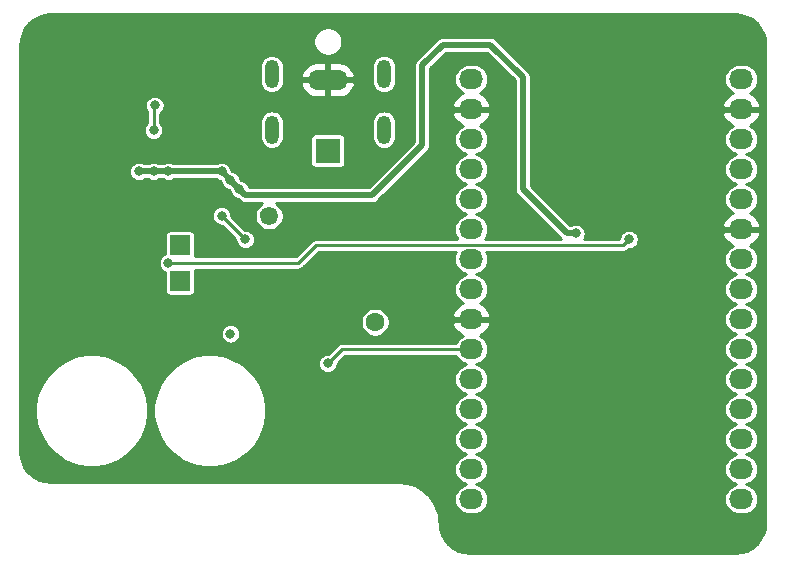
<source format=gbr>
G04 #@! TF.GenerationSoftware,KiCad,Pcbnew,5.1.6-c6e7f7d~86~ubuntu18.04.1*
G04 #@! TF.CreationDate,2020-05-28T19:09:28+01:00*
G04 #@! TF.ProjectId,polariser_drive,706f6c61-7269-4736-9572-5f6472697665,rev?*
G04 #@! TF.SameCoordinates,Original*
G04 #@! TF.FileFunction,Copper,L2,Bot*
G04 #@! TF.FilePolarity,Positive*
%FSLAX46Y46*%
G04 Gerber Fmt 4.6, Leading zero omitted, Abs format (unit mm)*
G04 Created by KiCad (PCBNEW 5.1.6-c6e7f7d~86~ubuntu18.04.1) date 2020-05-28 19:09:28*
%MOMM*%
%LPD*%
G01*
G04 APERTURE LIST*
G04 #@! TA.AperFunction,ComponentPad*
%ADD10R,1.700000X1.700000*%
G04 #@! TD*
G04 #@! TA.AperFunction,ComponentPad*
%ADD11C,1.600000*%
G04 #@! TD*
G04 #@! TA.AperFunction,ComponentPad*
%ADD12O,1.200000X2.400000*%
G04 #@! TD*
G04 #@! TA.AperFunction,ComponentPad*
%ADD13O,3.400000X1.700000*%
G04 #@! TD*
G04 #@! TA.AperFunction,ComponentPad*
%ADD14R,2.100000X2.100000*%
G04 #@! TD*
G04 #@! TA.AperFunction,ComponentPad*
%ADD15O,2.032000X1.727200*%
G04 #@! TD*
G04 #@! TA.AperFunction,ViaPad*
%ADD16C,0.800000*%
G04 #@! TD*
G04 #@! TA.AperFunction,Conductor*
%ADD17C,0.250000*%
G04 #@! TD*
G04 #@! TA.AperFunction,Conductor*
%ADD18C,0.500000*%
G04 #@! TD*
G04 #@! TA.AperFunction,Conductor*
%ADD19C,0.254000*%
G04 #@! TD*
G04 APERTURE END LIST*
D10*
X63500000Y-109000000D03*
G04 #@! TA.AperFunction,ComponentPad*
G36*
G01*
X71585429Y-107085429D02*
X71585429Y-107085429D01*
G75*
G02*
X70454059Y-107085429I-565685J565685D01*
G01*
X70454059Y-107085429D01*
G75*
G02*
X70454059Y-105954059I565685J565685D01*
G01*
X70454059Y-105954059D01*
G75*
G02*
X71585429Y-105954059I565685J-565685D01*
G01*
X71585429Y-105954059D01*
G75*
G02*
X71585429Y-107085429I-565685J-565685D01*
G01*
G37*
G04 #@! TD.AperFunction*
D11*
X80000000Y-115500000D03*
D10*
X63500000Y-112000000D03*
D12*
X71250000Y-94500000D03*
X80750000Y-94500000D03*
X71250000Y-99200000D03*
X80750000Y-99200000D03*
D13*
X76000000Y-95000000D03*
D14*
X76000000Y-101000000D03*
D15*
X111000000Y-130500000D03*
X111000000Y-127960000D03*
X111000000Y-125420000D03*
X111000000Y-122880000D03*
X111000000Y-120340000D03*
X111000000Y-117800000D03*
X111000000Y-115260000D03*
X111000000Y-112720000D03*
X111000000Y-110180000D03*
X111000000Y-107640000D03*
X111000000Y-105100000D03*
X111000000Y-102560000D03*
X111000000Y-100020000D03*
X111000000Y-97480000D03*
X111000000Y-94940000D03*
X88140000Y-130500000D03*
X88140000Y-100020000D03*
X88140000Y-97480000D03*
X88140000Y-102560000D03*
X88140000Y-117800000D03*
X88140000Y-120340000D03*
X88140000Y-115260000D03*
X88140000Y-94940000D03*
X88140000Y-110180000D03*
X88140000Y-112720000D03*
X88140000Y-107640000D03*
X88140000Y-105100000D03*
X88140000Y-125420000D03*
X88140000Y-122880000D03*
X88140000Y-127960000D03*
D16*
X106000000Y-110500000D03*
X106000000Y-113000000D03*
X69750000Y-118500000D03*
X81500000Y-113500000D03*
X71000000Y-113500000D03*
X67000000Y-111500000D03*
X71000000Y-109500000D03*
X78000000Y-122500000D03*
X74500000Y-119000000D03*
X85000000Y-121500000D03*
X76000000Y-108000000D03*
X102500000Y-96000000D03*
X103500000Y-96000000D03*
X104500000Y-96000000D03*
X97500000Y-96000000D03*
X98500000Y-96000000D03*
X99500000Y-96000000D03*
X100000000Y-102000000D03*
X102000000Y-102000000D03*
X93500000Y-130500000D03*
X93500000Y-128000000D03*
X106000000Y-130500000D03*
X106000000Y-128000000D03*
X93500000Y-113000000D03*
X93500000Y-110500000D03*
X73500000Y-128000000D03*
X76000000Y-128000000D03*
X81000000Y-128000000D03*
X83500000Y-128000000D03*
X78500000Y-128000000D03*
X69000000Y-94500000D03*
X62250000Y-106000000D03*
X63250000Y-106000000D03*
X78000000Y-110000000D03*
X58500000Y-112000000D03*
X55000000Y-95000000D03*
X55000000Y-96000000D03*
X55000000Y-94000000D03*
X54000000Y-115000000D03*
X55000000Y-115000000D03*
X56000000Y-115000000D03*
X62750000Y-97500000D03*
X101500000Y-108500000D03*
X62500000Y-110500000D03*
X67750000Y-116500000D03*
X62500000Y-102750000D03*
X61250000Y-102750000D03*
X60000000Y-102750000D03*
X67750000Y-103500000D03*
X67000000Y-102750000D03*
X68500000Y-104250000D03*
X97000000Y-108000000D03*
X69000000Y-108500000D03*
X67000000Y-106500000D03*
X61250000Y-99250000D03*
X61351152Y-97148848D03*
X76000000Y-119000000D03*
D17*
X110480000Y-98000000D02*
X111000000Y-97480000D01*
X101008610Y-108991390D02*
X101500000Y-108500000D01*
X73500000Y-110500000D02*
X75008610Y-108991390D01*
X75008610Y-108991390D02*
X101008610Y-108991390D01*
X73500000Y-110500000D02*
X62500000Y-110500000D01*
D18*
X62500000Y-102750000D02*
X61250000Y-102750000D01*
X61250000Y-102750000D02*
X60000000Y-102750000D01*
X60000000Y-102750000D02*
X60000000Y-102750000D01*
X67000000Y-102750000D02*
X62500000Y-102750000D01*
X67750000Y-103500000D02*
X67000000Y-102750000D01*
X67750000Y-103500000D02*
X68500000Y-104250000D01*
X68500000Y-104250000D02*
X69000000Y-104750000D01*
X69000000Y-104750000D02*
X79750000Y-104750000D01*
X79750000Y-104750000D02*
X84000000Y-100500000D01*
X84000000Y-100500000D02*
X84000000Y-93750000D01*
X84000000Y-93750000D02*
X85750000Y-92000000D01*
X85750000Y-92000000D02*
X89750000Y-92000000D01*
X89750000Y-92000000D02*
X92500000Y-94750000D01*
X92500000Y-94750000D02*
X92500000Y-104250000D01*
X92500000Y-104250000D02*
X96250000Y-108000000D01*
X96250000Y-108000000D02*
X97000000Y-108000000D01*
D17*
X69000000Y-108500000D02*
X67000000Y-106500000D01*
X61250000Y-99250000D02*
X61250000Y-97250000D01*
X61250000Y-97250000D02*
X61351152Y-97148848D01*
X77200000Y-117800000D02*
X88140000Y-117800000D01*
X76000000Y-119000000D02*
X77200000Y-117800000D01*
D19*
G36*
X110994492Y-89502654D02*
G01*
X111470137Y-89646259D01*
X111908843Y-89879522D01*
X112293880Y-90193551D01*
X112610592Y-90576390D01*
X112846907Y-91013447D01*
X112993835Y-91488091D01*
X113048001Y-92003448D01*
X113048000Y-126022204D01*
X113048001Y-126022214D01*
X113048000Y-132477891D01*
X112997347Y-132994487D01*
X112853740Y-133470141D01*
X112620478Y-133908842D01*
X112306449Y-134293880D01*
X111923610Y-134610592D01*
X111486552Y-134846908D01*
X111011909Y-134993835D01*
X110496560Y-135048000D01*
X88022108Y-135048000D01*
X87505513Y-134997347D01*
X87029859Y-134853740D01*
X86591158Y-134620478D01*
X86206120Y-134306449D01*
X85889408Y-133923610D01*
X85653092Y-133486552D01*
X85506165Y-133011909D01*
X85451990Y-132496467D01*
X85451924Y-132477481D01*
X85449929Y-132457840D01*
X85450067Y-132438090D01*
X85449451Y-132431809D01*
X85388250Y-131849519D01*
X85380012Y-131809388D01*
X85372336Y-131769148D01*
X85370512Y-131763106D01*
X85197375Y-131203792D01*
X85181484Y-131165989D01*
X85166153Y-131128044D01*
X85163190Y-131122471D01*
X85163190Y-131122470D01*
X85163187Y-131122466D01*
X84884714Y-130607439D01*
X84861808Y-130573479D01*
X84839374Y-130539196D01*
X84835385Y-130534305D01*
X84462175Y-130083172D01*
X84433125Y-130054324D01*
X84404444Y-130025036D01*
X84399581Y-130021013D01*
X83945852Y-129650961D01*
X83911740Y-129628297D01*
X83877928Y-129605145D01*
X83872381Y-129602147D01*
X83872377Y-129602144D01*
X83872373Y-129602142D01*
X83355412Y-129327269D01*
X83317498Y-129311642D01*
X83279882Y-129295520D01*
X83273853Y-129293653D01*
X82713345Y-129124427D01*
X82673162Y-129116470D01*
X82633087Y-129107952D01*
X82626810Y-129107292D01*
X82044108Y-129050157D01*
X82044105Y-129050157D01*
X82022205Y-129048000D01*
X52522108Y-129048000D01*
X52005513Y-128997347D01*
X51529859Y-128853740D01*
X51091158Y-128620478D01*
X50706120Y-128306449D01*
X50389408Y-127923610D01*
X50153092Y-127486552D01*
X50006165Y-127011909D01*
X49952000Y-126496560D01*
X49952000Y-122529507D01*
X51223000Y-122529507D01*
X51223000Y-123470493D01*
X51406577Y-124393400D01*
X51766677Y-125262758D01*
X52289462Y-126045160D01*
X52954840Y-126710538D01*
X53737242Y-127233323D01*
X54606600Y-127593423D01*
X55529507Y-127777000D01*
X56470493Y-127777000D01*
X57393400Y-127593423D01*
X58262758Y-127233323D01*
X59045160Y-126710538D01*
X59710538Y-126045160D01*
X60233323Y-125262758D01*
X60593423Y-124393400D01*
X60777000Y-123470493D01*
X60777000Y-122529507D01*
X61223000Y-122529507D01*
X61223000Y-123470493D01*
X61406577Y-124393400D01*
X61766677Y-125262758D01*
X62289462Y-126045160D01*
X62954840Y-126710538D01*
X63737242Y-127233323D01*
X64606600Y-127593423D01*
X65529507Y-127777000D01*
X66470493Y-127777000D01*
X67393400Y-127593423D01*
X68262758Y-127233323D01*
X69045160Y-126710538D01*
X69710538Y-126045160D01*
X70233323Y-125262758D01*
X70593423Y-124393400D01*
X70777000Y-123470493D01*
X70777000Y-122529507D01*
X70593423Y-121606600D01*
X70233323Y-120737242D01*
X69710538Y-119954840D01*
X69045160Y-119289462D01*
X68490049Y-118918548D01*
X75173000Y-118918548D01*
X75173000Y-119081452D01*
X75204782Y-119241227D01*
X75267123Y-119391731D01*
X75357628Y-119527181D01*
X75472819Y-119642372D01*
X75608269Y-119732877D01*
X75758773Y-119795218D01*
X75918548Y-119827000D01*
X76081452Y-119827000D01*
X76241227Y-119795218D01*
X76391731Y-119732877D01*
X76527181Y-119642372D01*
X76642372Y-119527181D01*
X76732877Y-119391731D01*
X76795218Y-119241227D01*
X76827000Y-119081452D01*
X76827000Y-118953645D01*
X77428646Y-118352000D01*
X86819255Y-118352000D01*
X86909314Y-118520488D01*
X87070593Y-118717007D01*
X87267112Y-118878286D01*
X87491319Y-118998128D01*
X87728249Y-119070000D01*
X87491319Y-119141872D01*
X87267112Y-119261714D01*
X87070593Y-119422993D01*
X86909314Y-119619512D01*
X86789472Y-119843719D01*
X86715674Y-120086998D01*
X86690756Y-120340000D01*
X86715674Y-120593002D01*
X86789472Y-120836281D01*
X86909314Y-121060488D01*
X87070593Y-121257007D01*
X87267112Y-121418286D01*
X87491319Y-121538128D01*
X87728249Y-121610000D01*
X87491319Y-121681872D01*
X87267112Y-121801714D01*
X87070593Y-121962993D01*
X86909314Y-122159512D01*
X86789472Y-122383719D01*
X86715674Y-122626998D01*
X86690756Y-122880000D01*
X86715674Y-123133002D01*
X86789472Y-123376281D01*
X86909314Y-123600488D01*
X87070593Y-123797007D01*
X87267112Y-123958286D01*
X87491319Y-124078128D01*
X87728249Y-124150000D01*
X87491319Y-124221872D01*
X87267112Y-124341714D01*
X87070593Y-124502993D01*
X86909314Y-124699512D01*
X86789472Y-124923719D01*
X86715674Y-125166998D01*
X86690756Y-125420000D01*
X86715674Y-125673002D01*
X86789472Y-125916281D01*
X86909314Y-126140488D01*
X87070593Y-126337007D01*
X87267112Y-126498286D01*
X87491319Y-126618128D01*
X87728249Y-126690000D01*
X87491319Y-126761872D01*
X87267112Y-126881714D01*
X87070593Y-127042993D01*
X86909314Y-127239512D01*
X86789472Y-127463719D01*
X86715674Y-127706998D01*
X86690756Y-127960000D01*
X86715674Y-128213002D01*
X86789472Y-128456281D01*
X86909314Y-128680488D01*
X87070593Y-128877007D01*
X87267112Y-129038286D01*
X87491319Y-129158128D01*
X87728249Y-129230000D01*
X87491319Y-129301872D01*
X87267112Y-129421714D01*
X87070593Y-129582993D01*
X86909314Y-129779512D01*
X86789472Y-130003719D01*
X86715674Y-130246998D01*
X86690756Y-130500000D01*
X86715674Y-130753002D01*
X86789472Y-130996281D01*
X86909314Y-131220488D01*
X87070593Y-131417007D01*
X87267112Y-131578286D01*
X87491319Y-131698128D01*
X87734598Y-131771926D01*
X87924202Y-131790600D01*
X88355798Y-131790600D01*
X88545402Y-131771926D01*
X88788681Y-131698128D01*
X89012888Y-131578286D01*
X89209407Y-131417007D01*
X89370686Y-131220488D01*
X89490528Y-130996281D01*
X89564326Y-130753002D01*
X89589244Y-130500000D01*
X89564326Y-130246998D01*
X89490528Y-130003719D01*
X89370686Y-129779512D01*
X89209407Y-129582993D01*
X89012888Y-129421714D01*
X88788681Y-129301872D01*
X88551751Y-129230000D01*
X88788681Y-129158128D01*
X89012888Y-129038286D01*
X89209407Y-128877007D01*
X89370686Y-128680488D01*
X89490528Y-128456281D01*
X89564326Y-128213002D01*
X89589244Y-127960000D01*
X89564326Y-127706998D01*
X89490528Y-127463719D01*
X89370686Y-127239512D01*
X89209407Y-127042993D01*
X89012888Y-126881714D01*
X88788681Y-126761872D01*
X88551751Y-126690000D01*
X88788681Y-126618128D01*
X89012888Y-126498286D01*
X89209407Y-126337007D01*
X89370686Y-126140488D01*
X89490528Y-125916281D01*
X89564326Y-125673002D01*
X89589244Y-125420000D01*
X89564326Y-125166998D01*
X89490528Y-124923719D01*
X89370686Y-124699512D01*
X89209407Y-124502993D01*
X89012888Y-124341714D01*
X88788681Y-124221872D01*
X88551751Y-124150000D01*
X88788681Y-124078128D01*
X89012888Y-123958286D01*
X89209407Y-123797007D01*
X89370686Y-123600488D01*
X89490528Y-123376281D01*
X89564326Y-123133002D01*
X89589244Y-122880000D01*
X89564326Y-122626998D01*
X89490528Y-122383719D01*
X89370686Y-122159512D01*
X89209407Y-121962993D01*
X89012888Y-121801714D01*
X88788681Y-121681872D01*
X88551751Y-121610000D01*
X88788681Y-121538128D01*
X89012888Y-121418286D01*
X89209407Y-121257007D01*
X89370686Y-121060488D01*
X89490528Y-120836281D01*
X89564326Y-120593002D01*
X89589244Y-120340000D01*
X89564326Y-120086998D01*
X89490528Y-119843719D01*
X89370686Y-119619512D01*
X89209407Y-119422993D01*
X89012888Y-119261714D01*
X88788681Y-119141872D01*
X88551751Y-119070000D01*
X88788681Y-118998128D01*
X89012888Y-118878286D01*
X89209407Y-118717007D01*
X89370686Y-118520488D01*
X89490528Y-118296281D01*
X89564326Y-118053002D01*
X89589244Y-117800000D01*
X89564326Y-117546998D01*
X89490528Y-117303719D01*
X89370686Y-117079512D01*
X89209407Y-116882993D01*
X89012888Y-116721714D01*
X88862184Y-116641160D01*
X89054321Y-116551954D01*
X89291729Y-116378486D01*
X89490733Y-116162035D01*
X89643686Y-115910919D01*
X89744709Y-115634789D01*
X89747358Y-115619026D01*
X89626217Y-115387000D01*
X88267000Y-115387000D01*
X88267000Y-115407000D01*
X88013000Y-115407000D01*
X88013000Y-115387000D01*
X86653783Y-115387000D01*
X86532642Y-115619026D01*
X86535291Y-115634789D01*
X86636314Y-115910919D01*
X86789267Y-116162035D01*
X86988271Y-116378486D01*
X87225679Y-116551954D01*
X87417816Y-116641160D01*
X87267112Y-116721714D01*
X87070593Y-116882993D01*
X86909314Y-117079512D01*
X86819255Y-117248000D01*
X77227097Y-117248000D01*
X77199999Y-117245331D01*
X77172901Y-117248000D01*
X77172891Y-117248000D01*
X77091789Y-117255988D01*
X76987737Y-117287552D01*
X76957491Y-117303719D01*
X76891841Y-117338809D01*
X76834679Y-117385721D01*
X76807789Y-117407789D01*
X76790508Y-117428846D01*
X76046355Y-118173000D01*
X75918548Y-118173000D01*
X75758773Y-118204782D01*
X75608269Y-118267123D01*
X75472819Y-118357628D01*
X75357628Y-118472819D01*
X75267123Y-118608269D01*
X75204782Y-118758773D01*
X75173000Y-118918548D01*
X68490049Y-118918548D01*
X68262758Y-118766677D01*
X67393400Y-118406577D01*
X66470493Y-118223000D01*
X65529507Y-118223000D01*
X64606600Y-118406577D01*
X63737242Y-118766677D01*
X62954840Y-119289462D01*
X62289462Y-119954840D01*
X61766677Y-120737242D01*
X61406577Y-121606600D01*
X61223000Y-122529507D01*
X60777000Y-122529507D01*
X60593423Y-121606600D01*
X60233323Y-120737242D01*
X59710538Y-119954840D01*
X59045160Y-119289462D01*
X58262758Y-118766677D01*
X57393400Y-118406577D01*
X56470493Y-118223000D01*
X55529507Y-118223000D01*
X54606600Y-118406577D01*
X53737242Y-118766677D01*
X52954840Y-119289462D01*
X52289462Y-119954840D01*
X51766677Y-120737242D01*
X51406577Y-121606600D01*
X51223000Y-122529507D01*
X49952000Y-122529507D01*
X49952000Y-116418548D01*
X66923000Y-116418548D01*
X66923000Y-116581452D01*
X66954782Y-116741227D01*
X67017123Y-116891731D01*
X67107628Y-117027181D01*
X67222819Y-117142372D01*
X67358269Y-117232877D01*
X67508773Y-117295218D01*
X67668548Y-117327000D01*
X67831452Y-117327000D01*
X67991227Y-117295218D01*
X68141731Y-117232877D01*
X68277181Y-117142372D01*
X68392372Y-117027181D01*
X68482877Y-116891731D01*
X68545218Y-116741227D01*
X68577000Y-116581452D01*
X68577000Y-116418548D01*
X68545218Y-116258773D01*
X68482877Y-116108269D01*
X68392372Y-115972819D01*
X68277181Y-115857628D01*
X68141731Y-115767123D01*
X67991227Y-115704782D01*
X67831452Y-115673000D01*
X67668548Y-115673000D01*
X67508773Y-115704782D01*
X67358269Y-115767123D01*
X67222819Y-115857628D01*
X67107628Y-115972819D01*
X67017123Y-116108269D01*
X66954782Y-116258773D01*
X66923000Y-116418548D01*
X49952000Y-116418548D01*
X49952000Y-115379151D01*
X78773000Y-115379151D01*
X78773000Y-115620849D01*
X78820153Y-115857903D01*
X78912647Y-116081202D01*
X79046927Y-116282167D01*
X79217833Y-116453073D01*
X79418798Y-116587353D01*
X79642097Y-116679847D01*
X79879151Y-116727000D01*
X80120849Y-116727000D01*
X80357903Y-116679847D01*
X80581202Y-116587353D01*
X80782167Y-116453073D01*
X80953073Y-116282167D01*
X81087353Y-116081202D01*
X81179847Y-115857903D01*
X81227000Y-115620849D01*
X81227000Y-115379151D01*
X81179847Y-115142097D01*
X81087353Y-114918798D01*
X80953073Y-114717833D01*
X80782167Y-114546927D01*
X80581202Y-114412647D01*
X80357903Y-114320153D01*
X80120849Y-114273000D01*
X79879151Y-114273000D01*
X79642097Y-114320153D01*
X79418798Y-114412647D01*
X79217833Y-114546927D01*
X79046927Y-114717833D01*
X78912647Y-114918798D01*
X78820153Y-115142097D01*
X78773000Y-115379151D01*
X49952000Y-115379151D01*
X49952000Y-106418548D01*
X66173000Y-106418548D01*
X66173000Y-106581452D01*
X66204782Y-106741227D01*
X66267123Y-106891731D01*
X66357628Y-107027181D01*
X66472819Y-107142372D01*
X66608269Y-107232877D01*
X66758773Y-107295218D01*
X66918548Y-107327000D01*
X67046356Y-107327000D01*
X68173000Y-108453646D01*
X68173000Y-108581452D01*
X68204782Y-108741227D01*
X68267123Y-108891731D01*
X68357628Y-109027181D01*
X68472819Y-109142372D01*
X68608269Y-109232877D01*
X68758773Y-109295218D01*
X68918548Y-109327000D01*
X69081452Y-109327000D01*
X69241227Y-109295218D01*
X69391731Y-109232877D01*
X69527181Y-109142372D01*
X69642372Y-109027181D01*
X69732877Y-108891731D01*
X69795218Y-108741227D01*
X69827000Y-108581452D01*
X69827000Y-108418548D01*
X69795218Y-108258773D01*
X69732877Y-108108269D01*
X69642372Y-107972819D01*
X69527181Y-107857628D01*
X69391731Y-107767123D01*
X69241227Y-107704782D01*
X69081452Y-107673000D01*
X68953646Y-107673000D01*
X67827000Y-106546356D01*
X67827000Y-106418548D01*
X67795218Y-106258773D01*
X67732877Y-106108269D01*
X67642372Y-105972819D01*
X67527181Y-105857628D01*
X67391731Y-105767123D01*
X67241227Y-105704782D01*
X67081452Y-105673000D01*
X66918548Y-105673000D01*
X66758773Y-105704782D01*
X66608269Y-105767123D01*
X66472819Y-105857628D01*
X66357628Y-105972819D01*
X66267123Y-106108269D01*
X66204782Y-106258773D01*
X66173000Y-106418548D01*
X49952000Y-106418548D01*
X49952000Y-102668548D01*
X59173000Y-102668548D01*
X59173000Y-102831452D01*
X59204782Y-102991227D01*
X59267123Y-103141731D01*
X59357628Y-103277181D01*
X59472819Y-103392372D01*
X59608269Y-103482877D01*
X59758773Y-103545218D01*
X59918548Y-103577000D01*
X60081452Y-103577000D01*
X60241227Y-103545218D01*
X60391731Y-103482877D01*
X60475357Y-103427000D01*
X60774643Y-103427000D01*
X60858269Y-103482877D01*
X61008773Y-103545218D01*
X61168548Y-103577000D01*
X61331452Y-103577000D01*
X61491227Y-103545218D01*
X61641731Y-103482877D01*
X61725357Y-103427000D01*
X62024643Y-103427000D01*
X62108269Y-103482877D01*
X62258773Y-103545218D01*
X62418548Y-103577000D01*
X62581452Y-103577000D01*
X62741227Y-103545218D01*
X62891731Y-103482877D01*
X62975357Y-103427000D01*
X66524643Y-103427000D01*
X66608269Y-103482877D01*
X66758773Y-103545218D01*
X66857418Y-103564840D01*
X66935160Y-103642582D01*
X66954782Y-103741227D01*
X67017123Y-103891731D01*
X67107628Y-104027181D01*
X67222819Y-104142372D01*
X67358269Y-104232877D01*
X67508773Y-104295218D01*
X67607418Y-104314840D01*
X67685160Y-104392582D01*
X67704782Y-104491227D01*
X67767123Y-104641731D01*
X67857628Y-104777181D01*
X67972819Y-104892372D01*
X68108269Y-104982877D01*
X68258773Y-105045218D01*
X68357417Y-105064840D01*
X68497778Y-105205201D01*
X68518973Y-105231027D01*
X68544799Y-105252222D01*
X68544801Y-105252224D01*
X68622059Y-105315628D01*
X68739670Y-105378492D01*
X68867285Y-105417204D01*
X69000000Y-105430275D01*
X69033252Y-105427000D01*
X70451557Y-105427000D01*
X70438542Y-105432391D01*
X70237577Y-105566671D01*
X70066671Y-105737577D01*
X69932391Y-105938542D01*
X69839897Y-106161841D01*
X69792744Y-106398895D01*
X69792744Y-106640593D01*
X69839897Y-106877647D01*
X69932391Y-107100946D01*
X70066671Y-107301911D01*
X70237577Y-107472817D01*
X70438542Y-107607097D01*
X70661841Y-107699591D01*
X70898895Y-107746744D01*
X71140593Y-107746744D01*
X71377647Y-107699591D01*
X71600946Y-107607097D01*
X71801911Y-107472817D01*
X71972817Y-107301911D01*
X72107097Y-107100946D01*
X72199591Y-106877647D01*
X72246744Y-106640593D01*
X72246744Y-106398895D01*
X72199591Y-106161841D01*
X72107097Y-105938542D01*
X71972817Y-105737577D01*
X71801911Y-105566671D01*
X71600946Y-105432391D01*
X71587931Y-105427000D01*
X79716755Y-105427000D01*
X79750000Y-105430274D01*
X79783245Y-105427000D01*
X79783252Y-105427000D01*
X79882715Y-105417204D01*
X80010330Y-105378492D01*
X80127941Y-105315628D01*
X80231027Y-105231027D01*
X80252226Y-105205196D01*
X84455206Y-101002217D01*
X84481026Y-100981027D01*
X84502218Y-100955205D01*
X84502224Y-100955199D01*
X84565628Y-100877941D01*
X84628492Y-100760330D01*
X84667204Y-100632715D01*
X84680275Y-100500000D01*
X84677000Y-100466748D01*
X84677000Y-97120974D01*
X86532642Y-97120974D01*
X86653783Y-97353000D01*
X88013000Y-97353000D01*
X88013000Y-97333000D01*
X88267000Y-97333000D01*
X88267000Y-97353000D01*
X89626217Y-97353000D01*
X89747358Y-97120974D01*
X89744709Y-97105211D01*
X89643686Y-96829081D01*
X89490733Y-96577965D01*
X89291729Y-96361514D01*
X89054321Y-96188046D01*
X88862184Y-96098840D01*
X89012888Y-96018286D01*
X89209407Y-95857007D01*
X89370686Y-95660488D01*
X89490528Y-95436281D01*
X89564326Y-95193002D01*
X89589244Y-94940000D01*
X89564326Y-94686998D01*
X89490528Y-94443719D01*
X89370686Y-94219512D01*
X89209407Y-94022993D01*
X89012888Y-93861714D01*
X88788681Y-93741872D01*
X88545402Y-93668074D01*
X88355798Y-93649400D01*
X87924202Y-93649400D01*
X87734598Y-93668074D01*
X87491319Y-93741872D01*
X87267112Y-93861714D01*
X87070593Y-94022993D01*
X86909314Y-94219512D01*
X86789472Y-94443719D01*
X86715674Y-94686998D01*
X86690756Y-94940000D01*
X86715674Y-95193002D01*
X86789472Y-95436281D01*
X86909314Y-95660488D01*
X87070593Y-95857007D01*
X87267112Y-96018286D01*
X87417816Y-96098840D01*
X87225679Y-96188046D01*
X86988271Y-96361514D01*
X86789267Y-96577965D01*
X86636314Y-96829081D01*
X86535291Y-97105211D01*
X86532642Y-97120974D01*
X84677000Y-97120974D01*
X84677000Y-94030422D01*
X86030423Y-92677000D01*
X89469578Y-92677000D01*
X91823000Y-95030422D01*
X91823001Y-104216745D01*
X91819726Y-104250000D01*
X91832796Y-104382714D01*
X91871508Y-104510329D01*
X91934372Y-104627940D01*
X91997776Y-104705198D01*
X91997779Y-104705201D01*
X92018974Y-104731027D01*
X92044800Y-104752222D01*
X95731967Y-108439390D01*
X89305933Y-108439390D01*
X89370686Y-108360488D01*
X89490528Y-108136281D01*
X89564326Y-107893002D01*
X89589244Y-107640000D01*
X89564326Y-107386998D01*
X89490528Y-107143719D01*
X89370686Y-106919512D01*
X89209407Y-106722993D01*
X89012888Y-106561714D01*
X88788681Y-106441872D01*
X88551751Y-106370000D01*
X88788681Y-106298128D01*
X89012888Y-106178286D01*
X89209407Y-106017007D01*
X89370686Y-105820488D01*
X89490528Y-105596281D01*
X89564326Y-105353002D01*
X89589244Y-105100000D01*
X89564326Y-104846998D01*
X89490528Y-104603719D01*
X89370686Y-104379512D01*
X89209407Y-104182993D01*
X89012888Y-104021714D01*
X88788681Y-103901872D01*
X88551751Y-103830000D01*
X88788681Y-103758128D01*
X89012888Y-103638286D01*
X89209407Y-103477007D01*
X89370686Y-103280488D01*
X89490528Y-103056281D01*
X89564326Y-102813002D01*
X89589244Y-102560000D01*
X89564326Y-102306998D01*
X89490528Y-102063719D01*
X89370686Y-101839512D01*
X89209407Y-101642993D01*
X89012888Y-101481714D01*
X88788681Y-101361872D01*
X88551751Y-101290000D01*
X88788681Y-101218128D01*
X89012888Y-101098286D01*
X89209407Y-100937007D01*
X89370686Y-100740488D01*
X89490528Y-100516281D01*
X89564326Y-100273002D01*
X89589244Y-100020000D01*
X89564326Y-99766998D01*
X89490528Y-99523719D01*
X89370686Y-99299512D01*
X89209407Y-99102993D01*
X89012888Y-98941714D01*
X88862184Y-98861160D01*
X89054321Y-98771954D01*
X89291729Y-98598486D01*
X89490733Y-98382035D01*
X89643686Y-98130919D01*
X89744709Y-97854789D01*
X89747358Y-97839026D01*
X89626217Y-97607000D01*
X88267000Y-97607000D01*
X88267000Y-97627000D01*
X88013000Y-97627000D01*
X88013000Y-97607000D01*
X86653783Y-97607000D01*
X86532642Y-97839026D01*
X86535291Y-97854789D01*
X86636314Y-98130919D01*
X86789267Y-98382035D01*
X86988271Y-98598486D01*
X87225679Y-98771954D01*
X87417816Y-98861160D01*
X87267112Y-98941714D01*
X87070593Y-99102993D01*
X86909314Y-99299512D01*
X86789472Y-99523719D01*
X86715674Y-99766998D01*
X86690756Y-100020000D01*
X86715674Y-100273002D01*
X86789472Y-100516281D01*
X86909314Y-100740488D01*
X87070593Y-100937007D01*
X87267112Y-101098286D01*
X87491319Y-101218128D01*
X87728249Y-101290000D01*
X87491319Y-101361872D01*
X87267112Y-101481714D01*
X87070593Y-101642993D01*
X86909314Y-101839512D01*
X86789472Y-102063719D01*
X86715674Y-102306998D01*
X86690756Y-102560000D01*
X86715674Y-102813002D01*
X86789472Y-103056281D01*
X86909314Y-103280488D01*
X87070593Y-103477007D01*
X87267112Y-103638286D01*
X87491319Y-103758128D01*
X87728249Y-103830000D01*
X87491319Y-103901872D01*
X87267112Y-104021714D01*
X87070593Y-104182993D01*
X86909314Y-104379512D01*
X86789472Y-104603719D01*
X86715674Y-104846998D01*
X86690756Y-105100000D01*
X86715674Y-105353002D01*
X86789472Y-105596281D01*
X86909314Y-105820488D01*
X87070593Y-106017007D01*
X87267112Y-106178286D01*
X87491319Y-106298128D01*
X87728249Y-106370000D01*
X87491319Y-106441872D01*
X87267112Y-106561714D01*
X87070593Y-106722993D01*
X86909314Y-106919512D01*
X86789472Y-107143719D01*
X86715674Y-107386998D01*
X86690756Y-107640000D01*
X86715674Y-107893002D01*
X86789472Y-108136281D01*
X86909314Y-108360488D01*
X86974067Y-108439390D01*
X75035718Y-108439390D01*
X75008610Y-108436720D01*
X74900399Y-108447378D01*
X74796347Y-108478942D01*
X74700452Y-108530199D01*
X74638000Y-108581452D01*
X74616399Y-108599179D01*
X74599118Y-108620236D01*
X73271356Y-109948000D01*
X64766486Y-109948000D01*
X64770822Y-109933707D01*
X64779066Y-109850000D01*
X64779066Y-108150000D01*
X64770822Y-108066293D01*
X64746405Y-107985804D01*
X64706755Y-107911624D01*
X64653395Y-107846605D01*
X64588376Y-107793245D01*
X64514196Y-107753595D01*
X64433707Y-107729178D01*
X64350000Y-107720934D01*
X62650000Y-107720934D01*
X62566293Y-107729178D01*
X62485804Y-107753595D01*
X62411624Y-107793245D01*
X62346605Y-107846605D01*
X62293245Y-107911624D01*
X62253595Y-107985804D01*
X62229178Y-108066293D01*
X62220934Y-108150000D01*
X62220934Y-109720455D01*
X62108269Y-109767123D01*
X61972819Y-109857628D01*
X61857628Y-109972819D01*
X61767123Y-110108269D01*
X61704782Y-110258773D01*
X61673000Y-110418548D01*
X61673000Y-110581452D01*
X61704782Y-110741227D01*
X61767123Y-110891731D01*
X61857628Y-111027181D01*
X61972819Y-111142372D01*
X62108269Y-111232877D01*
X62220934Y-111279545D01*
X62220934Y-112850000D01*
X62229178Y-112933707D01*
X62253595Y-113014196D01*
X62293245Y-113088376D01*
X62346605Y-113153395D01*
X62411624Y-113206755D01*
X62485804Y-113246405D01*
X62566293Y-113270822D01*
X62650000Y-113279066D01*
X64350000Y-113279066D01*
X64433707Y-113270822D01*
X64514196Y-113246405D01*
X64588376Y-113206755D01*
X64653395Y-113153395D01*
X64706755Y-113088376D01*
X64746405Y-113014196D01*
X64770822Y-112933707D01*
X64779066Y-112850000D01*
X64779066Y-111150000D01*
X64770822Y-111066293D01*
X64766486Y-111052000D01*
X73472894Y-111052000D01*
X73500000Y-111054670D01*
X73527106Y-111052000D01*
X73527109Y-111052000D01*
X73608211Y-111044012D01*
X73712263Y-111012448D01*
X73808158Y-110961191D01*
X73892211Y-110892211D01*
X73909500Y-110871144D01*
X75237256Y-109543390D01*
X86864480Y-109543390D01*
X86789472Y-109683719D01*
X86715674Y-109926998D01*
X86690756Y-110180000D01*
X86715674Y-110433002D01*
X86789472Y-110676281D01*
X86909314Y-110900488D01*
X87070593Y-111097007D01*
X87267112Y-111258286D01*
X87491319Y-111378128D01*
X87728249Y-111450000D01*
X87491319Y-111521872D01*
X87267112Y-111641714D01*
X87070593Y-111802993D01*
X86909314Y-111999512D01*
X86789472Y-112223719D01*
X86715674Y-112466998D01*
X86690756Y-112720000D01*
X86715674Y-112973002D01*
X86789472Y-113216281D01*
X86909314Y-113440488D01*
X87070593Y-113637007D01*
X87267112Y-113798286D01*
X87417816Y-113878840D01*
X87225679Y-113968046D01*
X86988271Y-114141514D01*
X86789267Y-114357965D01*
X86636314Y-114609081D01*
X86535291Y-114885211D01*
X86532642Y-114900974D01*
X86653783Y-115133000D01*
X88013000Y-115133000D01*
X88013000Y-115113000D01*
X88267000Y-115113000D01*
X88267000Y-115133000D01*
X89626217Y-115133000D01*
X89747358Y-114900974D01*
X89744709Y-114885211D01*
X89643686Y-114609081D01*
X89490733Y-114357965D01*
X89291729Y-114141514D01*
X89054321Y-113968046D01*
X88862184Y-113878840D01*
X89012888Y-113798286D01*
X89209407Y-113637007D01*
X89370686Y-113440488D01*
X89490528Y-113216281D01*
X89564326Y-112973002D01*
X89589244Y-112720000D01*
X89564326Y-112466998D01*
X89490528Y-112223719D01*
X89370686Y-111999512D01*
X89209407Y-111802993D01*
X89012888Y-111641714D01*
X88788681Y-111521872D01*
X88551751Y-111450000D01*
X88788681Y-111378128D01*
X89012888Y-111258286D01*
X89209407Y-111097007D01*
X89370686Y-110900488D01*
X89490528Y-110676281D01*
X89564326Y-110433002D01*
X89589244Y-110180000D01*
X89564326Y-109926998D01*
X89490528Y-109683719D01*
X89415520Y-109543390D01*
X100981504Y-109543390D01*
X101008610Y-109546060D01*
X101035716Y-109543390D01*
X101035719Y-109543390D01*
X101116821Y-109535402D01*
X101220873Y-109503838D01*
X101316768Y-109452581D01*
X101400821Y-109383601D01*
X101418110Y-109362534D01*
X101453644Y-109327000D01*
X101581452Y-109327000D01*
X101741227Y-109295218D01*
X101891731Y-109232877D01*
X102027181Y-109142372D01*
X102142372Y-109027181D01*
X102232877Y-108891731D01*
X102295218Y-108741227D01*
X102327000Y-108581452D01*
X102327000Y-108418548D01*
X102295218Y-108258773D01*
X102232877Y-108108269D01*
X102159883Y-107999026D01*
X109392642Y-107999026D01*
X109395291Y-108014789D01*
X109496314Y-108290919D01*
X109649267Y-108542035D01*
X109848271Y-108758486D01*
X110085679Y-108931954D01*
X110277816Y-109021160D01*
X110127112Y-109101714D01*
X109930593Y-109262993D01*
X109769314Y-109459512D01*
X109649472Y-109683719D01*
X109575674Y-109926998D01*
X109550756Y-110180000D01*
X109575674Y-110433002D01*
X109649472Y-110676281D01*
X109769314Y-110900488D01*
X109930593Y-111097007D01*
X110127112Y-111258286D01*
X110351319Y-111378128D01*
X110588249Y-111450000D01*
X110351319Y-111521872D01*
X110127112Y-111641714D01*
X109930593Y-111802993D01*
X109769314Y-111999512D01*
X109649472Y-112223719D01*
X109575674Y-112466998D01*
X109550756Y-112720000D01*
X109575674Y-112973002D01*
X109649472Y-113216281D01*
X109769314Y-113440488D01*
X109930593Y-113637007D01*
X110127112Y-113798286D01*
X110351319Y-113918128D01*
X110588249Y-113990000D01*
X110351319Y-114061872D01*
X110127112Y-114181714D01*
X109930593Y-114342993D01*
X109769314Y-114539512D01*
X109649472Y-114763719D01*
X109575674Y-115006998D01*
X109550756Y-115260000D01*
X109575674Y-115513002D01*
X109649472Y-115756281D01*
X109769314Y-115980488D01*
X109930593Y-116177007D01*
X110127112Y-116338286D01*
X110351319Y-116458128D01*
X110588249Y-116530000D01*
X110351319Y-116601872D01*
X110127112Y-116721714D01*
X109930593Y-116882993D01*
X109769314Y-117079512D01*
X109649472Y-117303719D01*
X109575674Y-117546998D01*
X109550756Y-117800000D01*
X109575674Y-118053002D01*
X109649472Y-118296281D01*
X109769314Y-118520488D01*
X109930593Y-118717007D01*
X110127112Y-118878286D01*
X110351319Y-118998128D01*
X110588249Y-119070000D01*
X110351319Y-119141872D01*
X110127112Y-119261714D01*
X109930593Y-119422993D01*
X109769314Y-119619512D01*
X109649472Y-119843719D01*
X109575674Y-120086998D01*
X109550756Y-120340000D01*
X109575674Y-120593002D01*
X109649472Y-120836281D01*
X109769314Y-121060488D01*
X109930593Y-121257007D01*
X110127112Y-121418286D01*
X110351319Y-121538128D01*
X110588249Y-121610000D01*
X110351319Y-121681872D01*
X110127112Y-121801714D01*
X109930593Y-121962993D01*
X109769314Y-122159512D01*
X109649472Y-122383719D01*
X109575674Y-122626998D01*
X109550756Y-122880000D01*
X109575674Y-123133002D01*
X109649472Y-123376281D01*
X109769314Y-123600488D01*
X109930593Y-123797007D01*
X110127112Y-123958286D01*
X110351319Y-124078128D01*
X110588249Y-124150000D01*
X110351319Y-124221872D01*
X110127112Y-124341714D01*
X109930593Y-124502993D01*
X109769314Y-124699512D01*
X109649472Y-124923719D01*
X109575674Y-125166998D01*
X109550756Y-125420000D01*
X109575674Y-125673002D01*
X109649472Y-125916281D01*
X109769314Y-126140488D01*
X109930593Y-126337007D01*
X110127112Y-126498286D01*
X110351319Y-126618128D01*
X110588249Y-126690000D01*
X110351319Y-126761872D01*
X110127112Y-126881714D01*
X109930593Y-127042993D01*
X109769314Y-127239512D01*
X109649472Y-127463719D01*
X109575674Y-127706998D01*
X109550756Y-127960000D01*
X109575674Y-128213002D01*
X109649472Y-128456281D01*
X109769314Y-128680488D01*
X109930593Y-128877007D01*
X110127112Y-129038286D01*
X110351319Y-129158128D01*
X110588249Y-129230000D01*
X110351319Y-129301872D01*
X110127112Y-129421714D01*
X109930593Y-129582993D01*
X109769314Y-129779512D01*
X109649472Y-130003719D01*
X109575674Y-130246998D01*
X109550756Y-130500000D01*
X109575674Y-130753002D01*
X109649472Y-130996281D01*
X109769314Y-131220488D01*
X109930593Y-131417007D01*
X110127112Y-131578286D01*
X110351319Y-131698128D01*
X110594598Y-131771926D01*
X110784202Y-131790600D01*
X111215798Y-131790600D01*
X111405402Y-131771926D01*
X111648681Y-131698128D01*
X111872888Y-131578286D01*
X112069407Y-131417007D01*
X112230686Y-131220488D01*
X112350528Y-130996281D01*
X112424326Y-130753002D01*
X112449244Y-130500000D01*
X112424326Y-130246998D01*
X112350528Y-130003719D01*
X112230686Y-129779512D01*
X112069407Y-129582993D01*
X111872888Y-129421714D01*
X111648681Y-129301872D01*
X111411751Y-129230000D01*
X111648681Y-129158128D01*
X111872888Y-129038286D01*
X112069407Y-128877007D01*
X112230686Y-128680488D01*
X112350528Y-128456281D01*
X112424326Y-128213002D01*
X112449244Y-127960000D01*
X112424326Y-127706998D01*
X112350528Y-127463719D01*
X112230686Y-127239512D01*
X112069407Y-127042993D01*
X111872888Y-126881714D01*
X111648681Y-126761872D01*
X111411751Y-126690000D01*
X111648681Y-126618128D01*
X111872888Y-126498286D01*
X112069407Y-126337007D01*
X112230686Y-126140488D01*
X112350528Y-125916281D01*
X112424326Y-125673002D01*
X112449244Y-125420000D01*
X112424326Y-125166998D01*
X112350528Y-124923719D01*
X112230686Y-124699512D01*
X112069407Y-124502993D01*
X111872888Y-124341714D01*
X111648681Y-124221872D01*
X111411751Y-124150000D01*
X111648681Y-124078128D01*
X111872888Y-123958286D01*
X112069407Y-123797007D01*
X112230686Y-123600488D01*
X112350528Y-123376281D01*
X112424326Y-123133002D01*
X112449244Y-122880000D01*
X112424326Y-122626998D01*
X112350528Y-122383719D01*
X112230686Y-122159512D01*
X112069407Y-121962993D01*
X111872888Y-121801714D01*
X111648681Y-121681872D01*
X111411751Y-121610000D01*
X111648681Y-121538128D01*
X111872888Y-121418286D01*
X112069407Y-121257007D01*
X112230686Y-121060488D01*
X112350528Y-120836281D01*
X112424326Y-120593002D01*
X112449244Y-120340000D01*
X112424326Y-120086998D01*
X112350528Y-119843719D01*
X112230686Y-119619512D01*
X112069407Y-119422993D01*
X111872888Y-119261714D01*
X111648681Y-119141872D01*
X111411751Y-119070000D01*
X111648681Y-118998128D01*
X111872888Y-118878286D01*
X112069407Y-118717007D01*
X112230686Y-118520488D01*
X112350528Y-118296281D01*
X112424326Y-118053002D01*
X112449244Y-117800000D01*
X112424326Y-117546998D01*
X112350528Y-117303719D01*
X112230686Y-117079512D01*
X112069407Y-116882993D01*
X111872888Y-116721714D01*
X111648681Y-116601872D01*
X111411751Y-116530000D01*
X111648681Y-116458128D01*
X111872888Y-116338286D01*
X112069407Y-116177007D01*
X112230686Y-115980488D01*
X112350528Y-115756281D01*
X112424326Y-115513002D01*
X112449244Y-115260000D01*
X112424326Y-115006998D01*
X112350528Y-114763719D01*
X112230686Y-114539512D01*
X112069407Y-114342993D01*
X111872888Y-114181714D01*
X111648681Y-114061872D01*
X111411751Y-113990000D01*
X111648681Y-113918128D01*
X111872888Y-113798286D01*
X112069407Y-113637007D01*
X112230686Y-113440488D01*
X112350528Y-113216281D01*
X112424326Y-112973002D01*
X112449244Y-112720000D01*
X112424326Y-112466998D01*
X112350528Y-112223719D01*
X112230686Y-111999512D01*
X112069407Y-111802993D01*
X111872888Y-111641714D01*
X111648681Y-111521872D01*
X111411751Y-111450000D01*
X111648681Y-111378128D01*
X111872888Y-111258286D01*
X112069407Y-111097007D01*
X112230686Y-110900488D01*
X112350528Y-110676281D01*
X112424326Y-110433002D01*
X112449244Y-110180000D01*
X112424326Y-109926998D01*
X112350528Y-109683719D01*
X112230686Y-109459512D01*
X112069407Y-109262993D01*
X111872888Y-109101714D01*
X111722184Y-109021160D01*
X111914321Y-108931954D01*
X112151729Y-108758486D01*
X112350733Y-108542035D01*
X112503686Y-108290919D01*
X112604709Y-108014789D01*
X112607358Y-107999026D01*
X112486217Y-107767000D01*
X111127000Y-107767000D01*
X111127000Y-107787000D01*
X110873000Y-107787000D01*
X110873000Y-107767000D01*
X109513783Y-107767000D01*
X109392642Y-107999026D01*
X102159883Y-107999026D01*
X102142372Y-107972819D01*
X102027181Y-107857628D01*
X101891731Y-107767123D01*
X101741227Y-107704782D01*
X101581452Y-107673000D01*
X101418548Y-107673000D01*
X101258773Y-107704782D01*
X101108269Y-107767123D01*
X100972819Y-107857628D01*
X100857628Y-107972819D01*
X100767123Y-108108269D01*
X100704782Y-108258773D01*
X100673000Y-108418548D01*
X100673000Y-108439390D01*
X97701032Y-108439390D01*
X97732877Y-108391731D01*
X97795218Y-108241227D01*
X97827000Y-108081452D01*
X97827000Y-107918548D01*
X97795218Y-107758773D01*
X97732877Y-107608269D01*
X97642372Y-107472819D01*
X97527181Y-107357628D01*
X97391731Y-107267123D01*
X97241227Y-107204782D01*
X97081452Y-107173000D01*
X96918548Y-107173000D01*
X96758773Y-107204782D01*
X96608269Y-107267123D01*
X96528108Y-107320685D01*
X93177000Y-103969578D01*
X93177000Y-97839026D01*
X109392642Y-97839026D01*
X109395291Y-97854789D01*
X109496314Y-98130919D01*
X109649267Y-98382035D01*
X109848271Y-98598486D01*
X110085679Y-98771954D01*
X110277816Y-98861160D01*
X110127112Y-98941714D01*
X109930593Y-99102993D01*
X109769314Y-99299512D01*
X109649472Y-99523719D01*
X109575674Y-99766998D01*
X109550756Y-100020000D01*
X109575674Y-100273002D01*
X109649472Y-100516281D01*
X109769314Y-100740488D01*
X109930593Y-100937007D01*
X110127112Y-101098286D01*
X110351319Y-101218128D01*
X110588249Y-101290000D01*
X110351319Y-101361872D01*
X110127112Y-101481714D01*
X109930593Y-101642993D01*
X109769314Y-101839512D01*
X109649472Y-102063719D01*
X109575674Y-102306998D01*
X109550756Y-102560000D01*
X109575674Y-102813002D01*
X109649472Y-103056281D01*
X109769314Y-103280488D01*
X109930593Y-103477007D01*
X110127112Y-103638286D01*
X110351319Y-103758128D01*
X110588249Y-103830000D01*
X110351319Y-103901872D01*
X110127112Y-104021714D01*
X109930593Y-104182993D01*
X109769314Y-104379512D01*
X109649472Y-104603719D01*
X109575674Y-104846998D01*
X109550756Y-105100000D01*
X109575674Y-105353002D01*
X109649472Y-105596281D01*
X109769314Y-105820488D01*
X109930593Y-106017007D01*
X110127112Y-106178286D01*
X110277816Y-106258840D01*
X110085679Y-106348046D01*
X109848271Y-106521514D01*
X109649267Y-106737965D01*
X109496314Y-106989081D01*
X109395291Y-107265211D01*
X109392642Y-107280974D01*
X109513783Y-107513000D01*
X110873000Y-107513000D01*
X110873000Y-107493000D01*
X111127000Y-107493000D01*
X111127000Y-107513000D01*
X112486217Y-107513000D01*
X112607358Y-107280974D01*
X112604709Y-107265211D01*
X112503686Y-106989081D01*
X112350733Y-106737965D01*
X112151729Y-106521514D01*
X111914321Y-106348046D01*
X111722184Y-106258840D01*
X111872888Y-106178286D01*
X112069407Y-106017007D01*
X112230686Y-105820488D01*
X112350528Y-105596281D01*
X112424326Y-105353002D01*
X112449244Y-105100000D01*
X112424326Y-104846998D01*
X112350528Y-104603719D01*
X112230686Y-104379512D01*
X112069407Y-104182993D01*
X111872888Y-104021714D01*
X111648681Y-103901872D01*
X111411751Y-103830000D01*
X111648681Y-103758128D01*
X111872888Y-103638286D01*
X112069407Y-103477007D01*
X112230686Y-103280488D01*
X112350528Y-103056281D01*
X112424326Y-102813002D01*
X112449244Y-102560000D01*
X112424326Y-102306998D01*
X112350528Y-102063719D01*
X112230686Y-101839512D01*
X112069407Y-101642993D01*
X111872888Y-101481714D01*
X111648681Y-101361872D01*
X111411751Y-101290000D01*
X111648681Y-101218128D01*
X111872888Y-101098286D01*
X112069407Y-100937007D01*
X112230686Y-100740488D01*
X112350528Y-100516281D01*
X112424326Y-100273002D01*
X112449244Y-100020000D01*
X112424326Y-99766998D01*
X112350528Y-99523719D01*
X112230686Y-99299512D01*
X112069407Y-99102993D01*
X111872888Y-98941714D01*
X111722184Y-98861160D01*
X111914321Y-98771954D01*
X112151729Y-98598486D01*
X112350733Y-98382035D01*
X112503686Y-98130919D01*
X112604709Y-97854789D01*
X112607358Y-97839026D01*
X112486217Y-97607000D01*
X111127000Y-97607000D01*
X111127000Y-97627000D01*
X110873000Y-97627000D01*
X110873000Y-97607000D01*
X109513783Y-97607000D01*
X109392642Y-97839026D01*
X93177000Y-97839026D01*
X93177000Y-97120974D01*
X109392642Y-97120974D01*
X109513783Y-97353000D01*
X110873000Y-97353000D01*
X110873000Y-97333000D01*
X111127000Y-97333000D01*
X111127000Y-97353000D01*
X112486217Y-97353000D01*
X112607358Y-97120974D01*
X112604709Y-97105211D01*
X112503686Y-96829081D01*
X112350733Y-96577965D01*
X112151729Y-96361514D01*
X111914321Y-96188046D01*
X111722184Y-96098840D01*
X111872888Y-96018286D01*
X112069407Y-95857007D01*
X112230686Y-95660488D01*
X112350528Y-95436281D01*
X112424326Y-95193002D01*
X112449244Y-94940000D01*
X112424326Y-94686998D01*
X112350528Y-94443719D01*
X112230686Y-94219512D01*
X112069407Y-94022993D01*
X111872888Y-93861714D01*
X111648681Y-93741872D01*
X111405402Y-93668074D01*
X111215798Y-93649400D01*
X110784202Y-93649400D01*
X110594598Y-93668074D01*
X110351319Y-93741872D01*
X110127112Y-93861714D01*
X109930593Y-94022993D01*
X109769314Y-94219512D01*
X109649472Y-94443719D01*
X109575674Y-94686998D01*
X109550756Y-94940000D01*
X109575674Y-95193002D01*
X109649472Y-95436281D01*
X109769314Y-95660488D01*
X109930593Y-95857007D01*
X110127112Y-96018286D01*
X110277816Y-96098840D01*
X110085679Y-96188046D01*
X109848271Y-96361514D01*
X109649267Y-96577965D01*
X109496314Y-96829081D01*
X109395291Y-97105211D01*
X109392642Y-97120974D01*
X93177000Y-97120974D01*
X93177000Y-94783241D01*
X93180274Y-94749999D01*
X93177000Y-94716757D01*
X93177000Y-94716748D01*
X93167204Y-94617285D01*
X93128492Y-94489670D01*
X93065628Y-94372059D01*
X92981026Y-94268973D01*
X92955200Y-94247778D01*
X90252226Y-91544804D01*
X90231027Y-91518973D01*
X90127941Y-91434372D01*
X90010330Y-91371508D01*
X89882715Y-91332796D01*
X89783252Y-91323000D01*
X89783245Y-91323000D01*
X89750000Y-91319726D01*
X89716755Y-91323000D01*
X85783252Y-91323000D01*
X85750000Y-91319725D01*
X85716748Y-91323000D01*
X85617285Y-91332796D01*
X85489670Y-91371508D01*
X85372059Y-91434372D01*
X85268973Y-91518973D01*
X85247778Y-91544799D01*
X83544800Y-93247778D01*
X83518974Y-93268973D01*
X83497779Y-93294799D01*
X83497776Y-93294802D01*
X83434372Y-93372060D01*
X83371508Y-93489671D01*
X83332796Y-93617286D01*
X83319726Y-93750000D01*
X83323001Y-93783255D01*
X83323000Y-100219577D01*
X79469578Y-104073000D01*
X69307994Y-104073000D01*
X69295218Y-104008773D01*
X69232877Y-103858269D01*
X69142372Y-103722819D01*
X69027181Y-103607628D01*
X68891731Y-103517123D01*
X68741227Y-103454782D01*
X68642582Y-103435160D01*
X68564840Y-103357418D01*
X68545218Y-103258773D01*
X68482877Y-103108269D01*
X68392372Y-102972819D01*
X68277181Y-102857628D01*
X68141731Y-102767123D01*
X67991227Y-102704782D01*
X67892582Y-102685160D01*
X67814840Y-102607418D01*
X67795218Y-102508773D01*
X67732877Y-102358269D01*
X67642372Y-102222819D01*
X67527181Y-102107628D01*
X67391731Y-102017123D01*
X67241227Y-101954782D01*
X67081452Y-101923000D01*
X66918548Y-101923000D01*
X66758773Y-101954782D01*
X66608269Y-102017123D01*
X66524643Y-102073000D01*
X62975357Y-102073000D01*
X62891731Y-102017123D01*
X62741227Y-101954782D01*
X62581452Y-101923000D01*
X62418548Y-101923000D01*
X62258773Y-101954782D01*
X62108269Y-102017123D01*
X62024643Y-102073000D01*
X61725357Y-102073000D01*
X61641731Y-102017123D01*
X61491227Y-101954782D01*
X61331452Y-101923000D01*
X61168548Y-101923000D01*
X61008773Y-101954782D01*
X60858269Y-102017123D01*
X60774643Y-102073000D01*
X60475357Y-102073000D01*
X60391731Y-102017123D01*
X60241227Y-101954782D01*
X60081452Y-101923000D01*
X59918548Y-101923000D01*
X59758773Y-101954782D01*
X59608269Y-102017123D01*
X59472819Y-102107628D01*
X59357628Y-102222819D01*
X59267123Y-102358269D01*
X59204782Y-102508773D01*
X59173000Y-102668548D01*
X49952000Y-102668548D01*
X49952000Y-99168548D01*
X60423000Y-99168548D01*
X60423000Y-99331452D01*
X60454782Y-99491227D01*
X60517123Y-99641731D01*
X60607628Y-99777181D01*
X60722819Y-99892372D01*
X60858269Y-99982877D01*
X61008773Y-100045218D01*
X61168548Y-100077000D01*
X61331452Y-100077000D01*
X61491227Y-100045218D01*
X61641731Y-99982877D01*
X61777181Y-99892372D01*
X61819103Y-99850450D01*
X70223000Y-99850450D01*
X70237860Y-100001326D01*
X70296585Y-100194916D01*
X70391949Y-100373331D01*
X70520288Y-100529712D01*
X70676669Y-100658051D01*
X70855083Y-100753415D01*
X71048673Y-100812140D01*
X71250000Y-100831969D01*
X71451326Y-100812140D01*
X71644916Y-100753415D01*
X71823331Y-100658051D01*
X71979712Y-100529712D01*
X72108051Y-100373331D01*
X72203415Y-100194917D01*
X72262140Y-100001327D01*
X72267195Y-99950000D01*
X74520934Y-99950000D01*
X74520934Y-102050000D01*
X74529178Y-102133707D01*
X74553595Y-102214196D01*
X74593245Y-102288376D01*
X74646605Y-102353395D01*
X74711624Y-102406755D01*
X74785804Y-102446405D01*
X74866293Y-102470822D01*
X74950000Y-102479066D01*
X77050000Y-102479066D01*
X77133707Y-102470822D01*
X77214196Y-102446405D01*
X77288376Y-102406755D01*
X77353395Y-102353395D01*
X77406755Y-102288376D01*
X77446405Y-102214196D01*
X77470822Y-102133707D01*
X77479066Y-102050000D01*
X77479066Y-99950000D01*
X77470822Y-99866293D01*
X77466016Y-99850450D01*
X79723000Y-99850450D01*
X79737860Y-100001326D01*
X79796585Y-100194916D01*
X79891949Y-100373331D01*
X80020288Y-100529712D01*
X80176669Y-100658051D01*
X80355083Y-100753415D01*
X80548673Y-100812140D01*
X80750000Y-100831969D01*
X80951326Y-100812140D01*
X81144916Y-100753415D01*
X81323331Y-100658051D01*
X81479712Y-100529712D01*
X81608051Y-100373331D01*
X81703415Y-100194917D01*
X81762140Y-100001327D01*
X81777000Y-99850451D01*
X81777000Y-98549549D01*
X81762140Y-98398673D01*
X81703415Y-98205083D01*
X81608051Y-98026669D01*
X81479712Y-97870288D01*
X81323331Y-97741949D01*
X81144917Y-97646585D01*
X80951327Y-97587860D01*
X80750000Y-97568031D01*
X80548674Y-97587860D01*
X80355084Y-97646585D01*
X80176670Y-97741949D01*
X80020289Y-97870288D01*
X79891950Y-98026669D01*
X79796586Y-98205083D01*
X79737861Y-98398673D01*
X79723001Y-98549549D01*
X79723000Y-99850450D01*
X77466016Y-99850450D01*
X77446405Y-99785804D01*
X77406755Y-99711624D01*
X77353395Y-99646605D01*
X77288376Y-99593245D01*
X77214196Y-99553595D01*
X77133707Y-99529178D01*
X77050000Y-99520934D01*
X74950000Y-99520934D01*
X74866293Y-99529178D01*
X74785804Y-99553595D01*
X74711624Y-99593245D01*
X74646605Y-99646605D01*
X74593245Y-99711624D01*
X74553595Y-99785804D01*
X74529178Y-99866293D01*
X74520934Y-99950000D01*
X72267195Y-99950000D01*
X72277000Y-99850451D01*
X72277000Y-98549549D01*
X72262140Y-98398673D01*
X72203415Y-98205083D01*
X72108051Y-98026669D01*
X71979712Y-97870288D01*
X71823331Y-97741949D01*
X71644917Y-97646585D01*
X71451327Y-97587860D01*
X71250000Y-97568031D01*
X71048674Y-97587860D01*
X70855084Y-97646585D01*
X70676670Y-97741949D01*
X70520289Y-97870288D01*
X70391950Y-98026669D01*
X70296586Y-98205083D01*
X70237861Y-98398673D01*
X70223001Y-98549549D01*
X70223000Y-99850450D01*
X61819103Y-99850450D01*
X61892372Y-99777181D01*
X61982877Y-99641731D01*
X62045218Y-99491227D01*
X62077000Y-99331452D01*
X62077000Y-99168548D01*
X62045218Y-99008773D01*
X61982877Y-98858269D01*
X61892372Y-98722819D01*
X61802000Y-98632447D01*
X61802000Y-97842224D01*
X61878333Y-97791220D01*
X61993524Y-97676029D01*
X62084029Y-97540579D01*
X62146370Y-97390075D01*
X62178152Y-97230300D01*
X62178152Y-97067396D01*
X62146370Y-96907621D01*
X62084029Y-96757117D01*
X61993524Y-96621667D01*
X61878333Y-96506476D01*
X61742883Y-96415971D01*
X61592379Y-96353630D01*
X61432604Y-96321848D01*
X61269700Y-96321848D01*
X61109925Y-96353630D01*
X60959421Y-96415971D01*
X60823971Y-96506476D01*
X60708780Y-96621667D01*
X60618275Y-96757117D01*
X60555934Y-96907621D01*
X60524152Y-97067396D01*
X60524152Y-97230300D01*
X60555934Y-97390075D01*
X60618275Y-97540579D01*
X60698001Y-97659897D01*
X60698000Y-98632447D01*
X60607628Y-98722819D01*
X60517123Y-98858269D01*
X60454782Y-99008773D01*
X60423000Y-99168548D01*
X49952000Y-99168548D01*
X49952000Y-95150450D01*
X70223000Y-95150450D01*
X70237860Y-95301326D01*
X70296585Y-95494916D01*
X70391949Y-95673331D01*
X70520288Y-95829712D01*
X70676669Y-95958051D01*
X70855083Y-96053415D01*
X71048673Y-96112140D01*
X71250000Y-96131969D01*
X71451326Y-96112140D01*
X71644916Y-96053415D01*
X71823331Y-95958051D01*
X71979712Y-95829712D01*
X72108051Y-95673331D01*
X72203415Y-95494917D01*
X72245285Y-95356890D01*
X73708524Y-95356890D01*
X73729437Y-95450953D01*
X73844709Y-95719426D01*
X74010143Y-95960252D01*
X74219381Y-96164176D01*
X74464382Y-96323361D01*
X74735731Y-96431690D01*
X75023000Y-96485000D01*
X75873000Y-96485000D01*
X75873000Y-95127000D01*
X76127000Y-95127000D01*
X76127000Y-96485000D01*
X76977000Y-96485000D01*
X77264269Y-96431690D01*
X77535618Y-96323361D01*
X77780619Y-96164176D01*
X77989857Y-95960252D01*
X78155291Y-95719426D01*
X78270563Y-95450953D01*
X78291476Y-95356890D01*
X78182531Y-95150450D01*
X79723000Y-95150450D01*
X79737860Y-95301326D01*
X79796585Y-95494916D01*
X79891949Y-95673331D01*
X80020288Y-95829712D01*
X80176669Y-95958051D01*
X80355083Y-96053415D01*
X80548673Y-96112140D01*
X80750000Y-96131969D01*
X80951326Y-96112140D01*
X81144916Y-96053415D01*
X81323331Y-95958051D01*
X81479712Y-95829712D01*
X81608051Y-95673331D01*
X81703415Y-95494917D01*
X81762140Y-95301327D01*
X81777000Y-95150451D01*
X81777000Y-93849549D01*
X81762140Y-93698673D01*
X81703415Y-93505083D01*
X81608051Y-93326669D01*
X81479712Y-93170288D01*
X81323331Y-93041949D01*
X81144917Y-92946585D01*
X80951327Y-92887860D01*
X80750000Y-92868031D01*
X80548674Y-92887860D01*
X80355084Y-92946585D01*
X80176670Y-93041949D01*
X80020289Y-93170288D01*
X79891950Y-93326669D01*
X79796586Y-93505083D01*
X79737861Y-93698673D01*
X79723001Y-93849549D01*
X79723000Y-95150450D01*
X78182531Y-95150450D01*
X78170155Y-95127000D01*
X76127000Y-95127000D01*
X75873000Y-95127000D01*
X73829845Y-95127000D01*
X73708524Y-95356890D01*
X72245285Y-95356890D01*
X72262140Y-95301327D01*
X72277000Y-95150451D01*
X72277000Y-94643110D01*
X73708524Y-94643110D01*
X73829845Y-94873000D01*
X75873000Y-94873000D01*
X75873000Y-93515000D01*
X76127000Y-93515000D01*
X76127000Y-94873000D01*
X78170155Y-94873000D01*
X78291476Y-94643110D01*
X78270563Y-94549047D01*
X78155291Y-94280574D01*
X77989857Y-94039748D01*
X77780619Y-93835824D01*
X77535618Y-93676639D01*
X77264269Y-93568310D01*
X76977000Y-93515000D01*
X76127000Y-93515000D01*
X75873000Y-93515000D01*
X75023000Y-93515000D01*
X74735731Y-93568310D01*
X74464382Y-93676639D01*
X74219381Y-93835824D01*
X74010143Y-94039748D01*
X73844709Y-94280574D01*
X73729437Y-94549047D01*
X73708524Y-94643110D01*
X72277000Y-94643110D01*
X72277000Y-93849549D01*
X72262140Y-93698673D01*
X72203415Y-93505083D01*
X72108051Y-93326669D01*
X71979712Y-93170288D01*
X71823331Y-93041949D01*
X71644917Y-92946585D01*
X71451327Y-92887860D01*
X71250000Y-92868031D01*
X71048674Y-92887860D01*
X70855084Y-92946585D01*
X70676670Y-93041949D01*
X70520289Y-93170288D01*
X70391950Y-93326669D01*
X70296586Y-93505083D01*
X70237861Y-93698673D01*
X70223001Y-93849549D01*
X70223000Y-95150450D01*
X49952000Y-95150450D01*
X49952000Y-92022109D01*
X49990530Y-91629151D01*
X74773000Y-91629151D01*
X74773000Y-91870849D01*
X74820153Y-92107903D01*
X74912647Y-92331202D01*
X75046927Y-92532167D01*
X75217833Y-92703073D01*
X75418798Y-92837353D01*
X75642097Y-92929847D01*
X75879151Y-92977000D01*
X76120849Y-92977000D01*
X76357903Y-92929847D01*
X76581202Y-92837353D01*
X76782167Y-92703073D01*
X76953073Y-92532167D01*
X77087353Y-92331202D01*
X77179847Y-92107903D01*
X77227000Y-91870849D01*
X77227000Y-91629151D01*
X77179847Y-91392097D01*
X77087353Y-91168798D01*
X76953073Y-90967833D01*
X76782167Y-90796927D01*
X76581202Y-90662647D01*
X76357903Y-90570153D01*
X76120849Y-90523000D01*
X75879151Y-90523000D01*
X75642097Y-90570153D01*
X75418798Y-90662647D01*
X75217833Y-90796927D01*
X75046927Y-90967833D01*
X74912647Y-91168798D01*
X74820153Y-91392097D01*
X74773000Y-91629151D01*
X49990530Y-91629151D01*
X50002654Y-91505508D01*
X50146259Y-91029863D01*
X50379522Y-90591157D01*
X50693551Y-90206120D01*
X51076390Y-89889408D01*
X51513447Y-89653093D01*
X51988091Y-89506165D01*
X52503439Y-89452000D01*
X110477891Y-89452000D01*
X110994492Y-89502654D01*
G37*
X110994492Y-89502654D02*
X111470137Y-89646259D01*
X111908843Y-89879522D01*
X112293880Y-90193551D01*
X112610592Y-90576390D01*
X112846907Y-91013447D01*
X112993835Y-91488091D01*
X113048001Y-92003448D01*
X113048000Y-126022204D01*
X113048001Y-126022214D01*
X113048000Y-132477891D01*
X112997347Y-132994487D01*
X112853740Y-133470141D01*
X112620478Y-133908842D01*
X112306449Y-134293880D01*
X111923610Y-134610592D01*
X111486552Y-134846908D01*
X111011909Y-134993835D01*
X110496560Y-135048000D01*
X88022108Y-135048000D01*
X87505513Y-134997347D01*
X87029859Y-134853740D01*
X86591158Y-134620478D01*
X86206120Y-134306449D01*
X85889408Y-133923610D01*
X85653092Y-133486552D01*
X85506165Y-133011909D01*
X85451990Y-132496467D01*
X85451924Y-132477481D01*
X85449929Y-132457840D01*
X85450067Y-132438090D01*
X85449451Y-132431809D01*
X85388250Y-131849519D01*
X85380012Y-131809388D01*
X85372336Y-131769148D01*
X85370512Y-131763106D01*
X85197375Y-131203792D01*
X85181484Y-131165989D01*
X85166153Y-131128044D01*
X85163190Y-131122471D01*
X85163190Y-131122470D01*
X85163187Y-131122466D01*
X84884714Y-130607439D01*
X84861808Y-130573479D01*
X84839374Y-130539196D01*
X84835385Y-130534305D01*
X84462175Y-130083172D01*
X84433125Y-130054324D01*
X84404444Y-130025036D01*
X84399581Y-130021013D01*
X83945852Y-129650961D01*
X83911740Y-129628297D01*
X83877928Y-129605145D01*
X83872381Y-129602147D01*
X83872377Y-129602144D01*
X83872373Y-129602142D01*
X83355412Y-129327269D01*
X83317498Y-129311642D01*
X83279882Y-129295520D01*
X83273853Y-129293653D01*
X82713345Y-129124427D01*
X82673162Y-129116470D01*
X82633087Y-129107952D01*
X82626810Y-129107292D01*
X82044108Y-129050157D01*
X82044105Y-129050157D01*
X82022205Y-129048000D01*
X52522108Y-129048000D01*
X52005513Y-128997347D01*
X51529859Y-128853740D01*
X51091158Y-128620478D01*
X50706120Y-128306449D01*
X50389408Y-127923610D01*
X50153092Y-127486552D01*
X50006165Y-127011909D01*
X49952000Y-126496560D01*
X49952000Y-122529507D01*
X51223000Y-122529507D01*
X51223000Y-123470493D01*
X51406577Y-124393400D01*
X51766677Y-125262758D01*
X52289462Y-126045160D01*
X52954840Y-126710538D01*
X53737242Y-127233323D01*
X54606600Y-127593423D01*
X55529507Y-127777000D01*
X56470493Y-127777000D01*
X57393400Y-127593423D01*
X58262758Y-127233323D01*
X59045160Y-126710538D01*
X59710538Y-126045160D01*
X60233323Y-125262758D01*
X60593423Y-124393400D01*
X60777000Y-123470493D01*
X60777000Y-122529507D01*
X61223000Y-122529507D01*
X61223000Y-123470493D01*
X61406577Y-124393400D01*
X61766677Y-125262758D01*
X62289462Y-126045160D01*
X62954840Y-126710538D01*
X63737242Y-127233323D01*
X64606600Y-127593423D01*
X65529507Y-127777000D01*
X66470493Y-127777000D01*
X67393400Y-127593423D01*
X68262758Y-127233323D01*
X69045160Y-126710538D01*
X69710538Y-126045160D01*
X70233323Y-125262758D01*
X70593423Y-124393400D01*
X70777000Y-123470493D01*
X70777000Y-122529507D01*
X70593423Y-121606600D01*
X70233323Y-120737242D01*
X69710538Y-119954840D01*
X69045160Y-119289462D01*
X68490049Y-118918548D01*
X75173000Y-118918548D01*
X75173000Y-119081452D01*
X75204782Y-119241227D01*
X75267123Y-119391731D01*
X75357628Y-119527181D01*
X75472819Y-119642372D01*
X75608269Y-119732877D01*
X75758773Y-119795218D01*
X75918548Y-119827000D01*
X76081452Y-119827000D01*
X76241227Y-119795218D01*
X76391731Y-119732877D01*
X76527181Y-119642372D01*
X76642372Y-119527181D01*
X76732877Y-119391731D01*
X76795218Y-119241227D01*
X76827000Y-119081452D01*
X76827000Y-118953645D01*
X77428646Y-118352000D01*
X86819255Y-118352000D01*
X86909314Y-118520488D01*
X87070593Y-118717007D01*
X87267112Y-118878286D01*
X87491319Y-118998128D01*
X87728249Y-119070000D01*
X87491319Y-119141872D01*
X87267112Y-119261714D01*
X87070593Y-119422993D01*
X86909314Y-119619512D01*
X86789472Y-119843719D01*
X86715674Y-120086998D01*
X86690756Y-120340000D01*
X86715674Y-120593002D01*
X86789472Y-120836281D01*
X86909314Y-121060488D01*
X87070593Y-121257007D01*
X87267112Y-121418286D01*
X87491319Y-121538128D01*
X87728249Y-121610000D01*
X87491319Y-121681872D01*
X87267112Y-121801714D01*
X87070593Y-121962993D01*
X86909314Y-122159512D01*
X86789472Y-122383719D01*
X86715674Y-122626998D01*
X86690756Y-122880000D01*
X86715674Y-123133002D01*
X86789472Y-123376281D01*
X86909314Y-123600488D01*
X87070593Y-123797007D01*
X87267112Y-123958286D01*
X87491319Y-124078128D01*
X87728249Y-124150000D01*
X87491319Y-124221872D01*
X87267112Y-124341714D01*
X87070593Y-124502993D01*
X86909314Y-124699512D01*
X86789472Y-124923719D01*
X86715674Y-125166998D01*
X86690756Y-125420000D01*
X86715674Y-125673002D01*
X86789472Y-125916281D01*
X86909314Y-126140488D01*
X87070593Y-126337007D01*
X87267112Y-126498286D01*
X87491319Y-126618128D01*
X87728249Y-126690000D01*
X87491319Y-126761872D01*
X87267112Y-126881714D01*
X87070593Y-127042993D01*
X86909314Y-127239512D01*
X86789472Y-127463719D01*
X86715674Y-127706998D01*
X86690756Y-127960000D01*
X86715674Y-128213002D01*
X86789472Y-128456281D01*
X86909314Y-128680488D01*
X87070593Y-128877007D01*
X87267112Y-129038286D01*
X87491319Y-129158128D01*
X87728249Y-129230000D01*
X87491319Y-129301872D01*
X87267112Y-129421714D01*
X87070593Y-129582993D01*
X86909314Y-129779512D01*
X86789472Y-130003719D01*
X86715674Y-130246998D01*
X86690756Y-130500000D01*
X86715674Y-130753002D01*
X86789472Y-130996281D01*
X86909314Y-131220488D01*
X87070593Y-131417007D01*
X87267112Y-131578286D01*
X87491319Y-131698128D01*
X87734598Y-131771926D01*
X87924202Y-131790600D01*
X88355798Y-131790600D01*
X88545402Y-131771926D01*
X88788681Y-131698128D01*
X89012888Y-131578286D01*
X89209407Y-131417007D01*
X89370686Y-131220488D01*
X89490528Y-130996281D01*
X89564326Y-130753002D01*
X89589244Y-130500000D01*
X89564326Y-130246998D01*
X89490528Y-130003719D01*
X89370686Y-129779512D01*
X89209407Y-129582993D01*
X89012888Y-129421714D01*
X88788681Y-129301872D01*
X88551751Y-129230000D01*
X88788681Y-129158128D01*
X89012888Y-129038286D01*
X89209407Y-128877007D01*
X89370686Y-128680488D01*
X89490528Y-128456281D01*
X89564326Y-128213002D01*
X89589244Y-127960000D01*
X89564326Y-127706998D01*
X89490528Y-127463719D01*
X89370686Y-127239512D01*
X89209407Y-127042993D01*
X89012888Y-126881714D01*
X88788681Y-126761872D01*
X88551751Y-126690000D01*
X88788681Y-126618128D01*
X89012888Y-126498286D01*
X89209407Y-126337007D01*
X89370686Y-126140488D01*
X89490528Y-125916281D01*
X89564326Y-125673002D01*
X89589244Y-125420000D01*
X89564326Y-125166998D01*
X89490528Y-124923719D01*
X89370686Y-124699512D01*
X89209407Y-124502993D01*
X89012888Y-124341714D01*
X88788681Y-124221872D01*
X88551751Y-124150000D01*
X88788681Y-124078128D01*
X89012888Y-123958286D01*
X89209407Y-123797007D01*
X89370686Y-123600488D01*
X89490528Y-123376281D01*
X89564326Y-123133002D01*
X89589244Y-122880000D01*
X89564326Y-122626998D01*
X89490528Y-122383719D01*
X89370686Y-122159512D01*
X89209407Y-121962993D01*
X89012888Y-121801714D01*
X88788681Y-121681872D01*
X88551751Y-121610000D01*
X88788681Y-121538128D01*
X89012888Y-121418286D01*
X89209407Y-121257007D01*
X89370686Y-121060488D01*
X89490528Y-120836281D01*
X89564326Y-120593002D01*
X89589244Y-120340000D01*
X89564326Y-120086998D01*
X89490528Y-119843719D01*
X89370686Y-119619512D01*
X89209407Y-119422993D01*
X89012888Y-119261714D01*
X88788681Y-119141872D01*
X88551751Y-119070000D01*
X88788681Y-118998128D01*
X89012888Y-118878286D01*
X89209407Y-118717007D01*
X89370686Y-118520488D01*
X89490528Y-118296281D01*
X89564326Y-118053002D01*
X89589244Y-117800000D01*
X89564326Y-117546998D01*
X89490528Y-117303719D01*
X89370686Y-117079512D01*
X89209407Y-116882993D01*
X89012888Y-116721714D01*
X88862184Y-116641160D01*
X89054321Y-116551954D01*
X89291729Y-116378486D01*
X89490733Y-116162035D01*
X89643686Y-115910919D01*
X89744709Y-115634789D01*
X89747358Y-115619026D01*
X89626217Y-115387000D01*
X88267000Y-115387000D01*
X88267000Y-115407000D01*
X88013000Y-115407000D01*
X88013000Y-115387000D01*
X86653783Y-115387000D01*
X86532642Y-115619026D01*
X86535291Y-115634789D01*
X86636314Y-115910919D01*
X86789267Y-116162035D01*
X86988271Y-116378486D01*
X87225679Y-116551954D01*
X87417816Y-116641160D01*
X87267112Y-116721714D01*
X87070593Y-116882993D01*
X86909314Y-117079512D01*
X86819255Y-117248000D01*
X77227097Y-117248000D01*
X77199999Y-117245331D01*
X77172901Y-117248000D01*
X77172891Y-117248000D01*
X77091789Y-117255988D01*
X76987737Y-117287552D01*
X76957491Y-117303719D01*
X76891841Y-117338809D01*
X76834679Y-117385721D01*
X76807789Y-117407789D01*
X76790508Y-117428846D01*
X76046355Y-118173000D01*
X75918548Y-118173000D01*
X75758773Y-118204782D01*
X75608269Y-118267123D01*
X75472819Y-118357628D01*
X75357628Y-118472819D01*
X75267123Y-118608269D01*
X75204782Y-118758773D01*
X75173000Y-118918548D01*
X68490049Y-118918548D01*
X68262758Y-118766677D01*
X67393400Y-118406577D01*
X66470493Y-118223000D01*
X65529507Y-118223000D01*
X64606600Y-118406577D01*
X63737242Y-118766677D01*
X62954840Y-119289462D01*
X62289462Y-119954840D01*
X61766677Y-120737242D01*
X61406577Y-121606600D01*
X61223000Y-122529507D01*
X60777000Y-122529507D01*
X60593423Y-121606600D01*
X60233323Y-120737242D01*
X59710538Y-119954840D01*
X59045160Y-119289462D01*
X58262758Y-118766677D01*
X57393400Y-118406577D01*
X56470493Y-118223000D01*
X55529507Y-118223000D01*
X54606600Y-118406577D01*
X53737242Y-118766677D01*
X52954840Y-119289462D01*
X52289462Y-119954840D01*
X51766677Y-120737242D01*
X51406577Y-121606600D01*
X51223000Y-122529507D01*
X49952000Y-122529507D01*
X49952000Y-116418548D01*
X66923000Y-116418548D01*
X66923000Y-116581452D01*
X66954782Y-116741227D01*
X67017123Y-116891731D01*
X67107628Y-117027181D01*
X67222819Y-117142372D01*
X67358269Y-117232877D01*
X67508773Y-117295218D01*
X67668548Y-117327000D01*
X67831452Y-117327000D01*
X67991227Y-117295218D01*
X68141731Y-117232877D01*
X68277181Y-117142372D01*
X68392372Y-117027181D01*
X68482877Y-116891731D01*
X68545218Y-116741227D01*
X68577000Y-116581452D01*
X68577000Y-116418548D01*
X68545218Y-116258773D01*
X68482877Y-116108269D01*
X68392372Y-115972819D01*
X68277181Y-115857628D01*
X68141731Y-115767123D01*
X67991227Y-115704782D01*
X67831452Y-115673000D01*
X67668548Y-115673000D01*
X67508773Y-115704782D01*
X67358269Y-115767123D01*
X67222819Y-115857628D01*
X67107628Y-115972819D01*
X67017123Y-116108269D01*
X66954782Y-116258773D01*
X66923000Y-116418548D01*
X49952000Y-116418548D01*
X49952000Y-115379151D01*
X78773000Y-115379151D01*
X78773000Y-115620849D01*
X78820153Y-115857903D01*
X78912647Y-116081202D01*
X79046927Y-116282167D01*
X79217833Y-116453073D01*
X79418798Y-116587353D01*
X79642097Y-116679847D01*
X79879151Y-116727000D01*
X80120849Y-116727000D01*
X80357903Y-116679847D01*
X80581202Y-116587353D01*
X80782167Y-116453073D01*
X80953073Y-116282167D01*
X81087353Y-116081202D01*
X81179847Y-115857903D01*
X81227000Y-115620849D01*
X81227000Y-115379151D01*
X81179847Y-115142097D01*
X81087353Y-114918798D01*
X80953073Y-114717833D01*
X80782167Y-114546927D01*
X80581202Y-114412647D01*
X80357903Y-114320153D01*
X80120849Y-114273000D01*
X79879151Y-114273000D01*
X79642097Y-114320153D01*
X79418798Y-114412647D01*
X79217833Y-114546927D01*
X79046927Y-114717833D01*
X78912647Y-114918798D01*
X78820153Y-115142097D01*
X78773000Y-115379151D01*
X49952000Y-115379151D01*
X49952000Y-106418548D01*
X66173000Y-106418548D01*
X66173000Y-106581452D01*
X66204782Y-106741227D01*
X66267123Y-106891731D01*
X66357628Y-107027181D01*
X66472819Y-107142372D01*
X66608269Y-107232877D01*
X66758773Y-107295218D01*
X66918548Y-107327000D01*
X67046356Y-107327000D01*
X68173000Y-108453646D01*
X68173000Y-108581452D01*
X68204782Y-108741227D01*
X68267123Y-108891731D01*
X68357628Y-109027181D01*
X68472819Y-109142372D01*
X68608269Y-109232877D01*
X68758773Y-109295218D01*
X68918548Y-109327000D01*
X69081452Y-109327000D01*
X69241227Y-109295218D01*
X69391731Y-109232877D01*
X69527181Y-109142372D01*
X69642372Y-109027181D01*
X69732877Y-108891731D01*
X69795218Y-108741227D01*
X69827000Y-108581452D01*
X69827000Y-108418548D01*
X69795218Y-108258773D01*
X69732877Y-108108269D01*
X69642372Y-107972819D01*
X69527181Y-107857628D01*
X69391731Y-107767123D01*
X69241227Y-107704782D01*
X69081452Y-107673000D01*
X68953646Y-107673000D01*
X67827000Y-106546356D01*
X67827000Y-106418548D01*
X67795218Y-106258773D01*
X67732877Y-106108269D01*
X67642372Y-105972819D01*
X67527181Y-105857628D01*
X67391731Y-105767123D01*
X67241227Y-105704782D01*
X67081452Y-105673000D01*
X66918548Y-105673000D01*
X66758773Y-105704782D01*
X66608269Y-105767123D01*
X66472819Y-105857628D01*
X66357628Y-105972819D01*
X66267123Y-106108269D01*
X66204782Y-106258773D01*
X66173000Y-106418548D01*
X49952000Y-106418548D01*
X49952000Y-102668548D01*
X59173000Y-102668548D01*
X59173000Y-102831452D01*
X59204782Y-102991227D01*
X59267123Y-103141731D01*
X59357628Y-103277181D01*
X59472819Y-103392372D01*
X59608269Y-103482877D01*
X59758773Y-103545218D01*
X59918548Y-103577000D01*
X60081452Y-103577000D01*
X60241227Y-103545218D01*
X60391731Y-103482877D01*
X60475357Y-103427000D01*
X60774643Y-103427000D01*
X60858269Y-103482877D01*
X61008773Y-103545218D01*
X61168548Y-103577000D01*
X61331452Y-103577000D01*
X61491227Y-103545218D01*
X61641731Y-103482877D01*
X61725357Y-103427000D01*
X62024643Y-103427000D01*
X62108269Y-103482877D01*
X62258773Y-103545218D01*
X62418548Y-103577000D01*
X62581452Y-103577000D01*
X62741227Y-103545218D01*
X62891731Y-103482877D01*
X62975357Y-103427000D01*
X66524643Y-103427000D01*
X66608269Y-103482877D01*
X66758773Y-103545218D01*
X66857418Y-103564840D01*
X66935160Y-103642582D01*
X66954782Y-103741227D01*
X67017123Y-103891731D01*
X67107628Y-104027181D01*
X67222819Y-104142372D01*
X67358269Y-104232877D01*
X67508773Y-104295218D01*
X67607418Y-104314840D01*
X67685160Y-104392582D01*
X67704782Y-104491227D01*
X67767123Y-104641731D01*
X67857628Y-104777181D01*
X67972819Y-104892372D01*
X68108269Y-104982877D01*
X68258773Y-105045218D01*
X68357417Y-105064840D01*
X68497778Y-105205201D01*
X68518973Y-105231027D01*
X68544799Y-105252222D01*
X68544801Y-105252224D01*
X68622059Y-105315628D01*
X68739670Y-105378492D01*
X68867285Y-105417204D01*
X69000000Y-105430275D01*
X69033252Y-105427000D01*
X70451557Y-105427000D01*
X70438542Y-105432391D01*
X70237577Y-105566671D01*
X70066671Y-105737577D01*
X69932391Y-105938542D01*
X69839897Y-106161841D01*
X69792744Y-106398895D01*
X69792744Y-106640593D01*
X69839897Y-106877647D01*
X69932391Y-107100946D01*
X70066671Y-107301911D01*
X70237577Y-107472817D01*
X70438542Y-107607097D01*
X70661841Y-107699591D01*
X70898895Y-107746744D01*
X71140593Y-107746744D01*
X71377647Y-107699591D01*
X71600946Y-107607097D01*
X71801911Y-107472817D01*
X71972817Y-107301911D01*
X72107097Y-107100946D01*
X72199591Y-106877647D01*
X72246744Y-106640593D01*
X72246744Y-106398895D01*
X72199591Y-106161841D01*
X72107097Y-105938542D01*
X71972817Y-105737577D01*
X71801911Y-105566671D01*
X71600946Y-105432391D01*
X71587931Y-105427000D01*
X79716755Y-105427000D01*
X79750000Y-105430274D01*
X79783245Y-105427000D01*
X79783252Y-105427000D01*
X79882715Y-105417204D01*
X80010330Y-105378492D01*
X80127941Y-105315628D01*
X80231027Y-105231027D01*
X80252226Y-105205196D01*
X84455206Y-101002217D01*
X84481026Y-100981027D01*
X84502218Y-100955205D01*
X84502224Y-100955199D01*
X84565628Y-100877941D01*
X84628492Y-100760330D01*
X84667204Y-100632715D01*
X84680275Y-100500000D01*
X84677000Y-100466748D01*
X84677000Y-97120974D01*
X86532642Y-97120974D01*
X86653783Y-97353000D01*
X88013000Y-97353000D01*
X88013000Y-97333000D01*
X88267000Y-97333000D01*
X88267000Y-97353000D01*
X89626217Y-97353000D01*
X89747358Y-97120974D01*
X89744709Y-97105211D01*
X89643686Y-96829081D01*
X89490733Y-96577965D01*
X89291729Y-96361514D01*
X89054321Y-96188046D01*
X88862184Y-96098840D01*
X89012888Y-96018286D01*
X89209407Y-95857007D01*
X89370686Y-95660488D01*
X89490528Y-95436281D01*
X89564326Y-95193002D01*
X89589244Y-94940000D01*
X89564326Y-94686998D01*
X89490528Y-94443719D01*
X89370686Y-94219512D01*
X89209407Y-94022993D01*
X89012888Y-93861714D01*
X88788681Y-93741872D01*
X88545402Y-93668074D01*
X88355798Y-93649400D01*
X87924202Y-93649400D01*
X87734598Y-93668074D01*
X87491319Y-93741872D01*
X87267112Y-93861714D01*
X87070593Y-94022993D01*
X86909314Y-94219512D01*
X86789472Y-94443719D01*
X86715674Y-94686998D01*
X86690756Y-94940000D01*
X86715674Y-95193002D01*
X86789472Y-95436281D01*
X86909314Y-95660488D01*
X87070593Y-95857007D01*
X87267112Y-96018286D01*
X87417816Y-96098840D01*
X87225679Y-96188046D01*
X86988271Y-96361514D01*
X86789267Y-96577965D01*
X86636314Y-96829081D01*
X86535291Y-97105211D01*
X86532642Y-97120974D01*
X84677000Y-97120974D01*
X84677000Y-94030422D01*
X86030423Y-92677000D01*
X89469578Y-92677000D01*
X91823000Y-95030422D01*
X91823001Y-104216745D01*
X91819726Y-104250000D01*
X91832796Y-104382714D01*
X91871508Y-104510329D01*
X91934372Y-104627940D01*
X91997776Y-104705198D01*
X91997779Y-104705201D01*
X92018974Y-104731027D01*
X92044800Y-104752222D01*
X95731967Y-108439390D01*
X89305933Y-108439390D01*
X89370686Y-108360488D01*
X89490528Y-108136281D01*
X89564326Y-107893002D01*
X89589244Y-107640000D01*
X89564326Y-107386998D01*
X89490528Y-107143719D01*
X89370686Y-106919512D01*
X89209407Y-106722993D01*
X89012888Y-106561714D01*
X88788681Y-106441872D01*
X88551751Y-106370000D01*
X88788681Y-106298128D01*
X89012888Y-106178286D01*
X89209407Y-106017007D01*
X89370686Y-105820488D01*
X89490528Y-105596281D01*
X89564326Y-105353002D01*
X89589244Y-105100000D01*
X89564326Y-104846998D01*
X89490528Y-104603719D01*
X89370686Y-104379512D01*
X89209407Y-104182993D01*
X89012888Y-104021714D01*
X88788681Y-103901872D01*
X88551751Y-103830000D01*
X88788681Y-103758128D01*
X89012888Y-103638286D01*
X89209407Y-103477007D01*
X89370686Y-103280488D01*
X89490528Y-103056281D01*
X89564326Y-102813002D01*
X89589244Y-102560000D01*
X89564326Y-102306998D01*
X89490528Y-102063719D01*
X89370686Y-101839512D01*
X89209407Y-101642993D01*
X89012888Y-101481714D01*
X88788681Y-101361872D01*
X88551751Y-101290000D01*
X88788681Y-101218128D01*
X89012888Y-101098286D01*
X89209407Y-100937007D01*
X89370686Y-100740488D01*
X89490528Y-100516281D01*
X89564326Y-100273002D01*
X89589244Y-100020000D01*
X89564326Y-99766998D01*
X89490528Y-99523719D01*
X89370686Y-99299512D01*
X89209407Y-99102993D01*
X89012888Y-98941714D01*
X88862184Y-98861160D01*
X89054321Y-98771954D01*
X89291729Y-98598486D01*
X89490733Y-98382035D01*
X89643686Y-98130919D01*
X89744709Y-97854789D01*
X89747358Y-97839026D01*
X89626217Y-97607000D01*
X88267000Y-97607000D01*
X88267000Y-97627000D01*
X88013000Y-97627000D01*
X88013000Y-97607000D01*
X86653783Y-97607000D01*
X86532642Y-97839026D01*
X86535291Y-97854789D01*
X86636314Y-98130919D01*
X86789267Y-98382035D01*
X86988271Y-98598486D01*
X87225679Y-98771954D01*
X87417816Y-98861160D01*
X87267112Y-98941714D01*
X87070593Y-99102993D01*
X86909314Y-99299512D01*
X86789472Y-99523719D01*
X86715674Y-99766998D01*
X86690756Y-100020000D01*
X86715674Y-100273002D01*
X86789472Y-100516281D01*
X86909314Y-100740488D01*
X87070593Y-100937007D01*
X87267112Y-101098286D01*
X87491319Y-101218128D01*
X87728249Y-101290000D01*
X87491319Y-101361872D01*
X87267112Y-101481714D01*
X87070593Y-101642993D01*
X86909314Y-101839512D01*
X86789472Y-102063719D01*
X86715674Y-102306998D01*
X86690756Y-102560000D01*
X86715674Y-102813002D01*
X86789472Y-103056281D01*
X86909314Y-103280488D01*
X87070593Y-103477007D01*
X87267112Y-103638286D01*
X87491319Y-103758128D01*
X87728249Y-103830000D01*
X87491319Y-103901872D01*
X87267112Y-104021714D01*
X87070593Y-104182993D01*
X86909314Y-104379512D01*
X86789472Y-104603719D01*
X86715674Y-104846998D01*
X86690756Y-105100000D01*
X86715674Y-105353002D01*
X86789472Y-105596281D01*
X86909314Y-105820488D01*
X87070593Y-106017007D01*
X87267112Y-106178286D01*
X87491319Y-106298128D01*
X87728249Y-106370000D01*
X87491319Y-106441872D01*
X87267112Y-106561714D01*
X87070593Y-106722993D01*
X86909314Y-106919512D01*
X86789472Y-107143719D01*
X86715674Y-107386998D01*
X86690756Y-107640000D01*
X86715674Y-107893002D01*
X86789472Y-108136281D01*
X86909314Y-108360488D01*
X86974067Y-108439390D01*
X75035718Y-108439390D01*
X75008610Y-108436720D01*
X74900399Y-108447378D01*
X74796347Y-108478942D01*
X74700452Y-108530199D01*
X74638000Y-108581452D01*
X74616399Y-108599179D01*
X74599118Y-108620236D01*
X73271356Y-109948000D01*
X64766486Y-109948000D01*
X64770822Y-109933707D01*
X64779066Y-109850000D01*
X64779066Y-108150000D01*
X64770822Y-108066293D01*
X64746405Y-107985804D01*
X64706755Y-107911624D01*
X64653395Y-107846605D01*
X64588376Y-107793245D01*
X64514196Y-107753595D01*
X64433707Y-107729178D01*
X64350000Y-107720934D01*
X62650000Y-107720934D01*
X62566293Y-107729178D01*
X62485804Y-107753595D01*
X62411624Y-107793245D01*
X62346605Y-107846605D01*
X62293245Y-107911624D01*
X62253595Y-107985804D01*
X62229178Y-108066293D01*
X62220934Y-108150000D01*
X62220934Y-109720455D01*
X62108269Y-109767123D01*
X61972819Y-109857628D01*
X61857628Y-109972819D01*
X61767123Y-110108269D01*
X61704782Y-110258773D01*
X61673000Y-110418548D01*
X61673000Y-110581452D01*
X61704782Y-110741227D01*
X61767123Y-110891731D01*
X61857628Y-111027181D01*
X61972819Y-111142372D01*
X62108269Y-111232877D01*
X62220934Y-111279545D01*
X62220934Y-112850000D01*
X62229178Y-112933707D01*
X62253595Y-113014196D01*
X62293245Y-113088376D01*
X62346605Y-113153395D01*
X62411624Y-113206755D01*
X62485804Y-113246405D01*
X62566293Y-113270822D01*
X62650000Y-113279066D01*
X64350000Y-113279066D01*
X64433707Y-113270822D01*
X64514196Y-113246405D01*
X64588376Y-113206755D01*
X64653395Y-113153395D01*
X64706755Y-113088376D01*
X64746405Y-113014196D01*
X64770822Y-112933707D01*
X64779066Y-112850000D01*
X64779066Y-111150000D01*
X64770822Y-111066293D01*
X64766486Y-111052000D01*
X73472894Y-111052000D01*
X73500000Y-111054670D01*
X73527106Y-111052000D01*
X73527109Y-111052000D01*
X73608211Y-111044012D01*
X73712263Y-111012448D01*
X73808158Y-110961191D01*
X73892211Y-110892211D01*
X73909500Y-110871144D01*
X75237256Y-109543390D01*
X86864480Y-109543390D01*
X86789472Y-109683719D01*
X86715674Y-109926998D01*
X86690756Y-110180000D01*
X86715674Y-110433002D01*
X86789472Y-110676281D01*
X86909314Y-110900488D01*
X87070593Y-111097007D01*
X87267112Y-111258286D01*
X87491319Y-111378128D01*
X87728249Y-111450000D01*
X87491319Y-111521872D01*
X87267112Y-111641714D01*
X87070593Y-111802993D01*
X86909314Y-111999512D01*
X86789472Y-112223719D01*
X86715674Y-112466998D01*
X86690756Y-112720000D01*
X86715674Y-112973002D01*
X86789472Y-113216281D01*
X86909314Y-113440488D01*
X87070593Y-113637007D01*
X87267112Y-113798286D01*
X87417816Y-113878840D01*
X87225679Y-113968046D01*
X86988271Y-114141514D01*
X86789267Y-114357965D01*
X86636314Y-114609081D01*
X86535291Y-114885211D01*
X86532642Y-114900974D01*
X86653783Y-115133000D01*
X88013000Y-115133000D01*
X88013000Y-115113000D01*
X88267000Y-115113000D01*
X88267000Y-115133000D01*
X89626217Y-115133000D01*
X89747358Y-114900974D01*
X89744709Y-114885211D01*
X89643686Y-114609081D01*
X89490733Y-114357965D01*
X89291729Y-114141514D01*
X89054321Y-113968046D01*
X88862184Y-113878840D01*
X89012888Y-113798286D01*
X89209407Y-113637007D01*
X89370686Y-113440488D01*
X89490528Y-113216281D01*
X89564326Y-112973002D01*
X89589244Y-112720000D01*
X89564326Y-112466998D01*
X89490528Y-112223719D01*
X89370686Y-111999512D01*
X89209407Y-111802993D01*
X89012888Y-111641714D01*
X88788681Y-111521872D01*
X88551751Y-111450000D01*
X88788681Y-111378128D01*
X89012888Y-111258286D01*
X89209407Y-111097007D01*
X89370686Y-110900488D01*
X89490528Y-110676281D01*
X89564326Y-110433002D01*
X89589244Y-110180000D01*
X89564326Y-109926998D01*
X89490528Y-109683719D01*
X89415520Y-109543390D01*
X100981504Y-109543390D01*
X101008610Y-109546060D01*
X101035716Y-109543390D01*
X101035719Y-109543390D01*
X101116821Y-109535402D01*
X101220873Y-109503838D01*
X101316768Y-109452581D01*
X101400821Y-109383601D01*
X101418110Y-109362534D01*
X101453644Y-109327000D01*
X101581452Y-109327000D01*
X101741227Y-109295218D01*
X101891731Y-109232877D01*
X102027181Y-109142372D01*
X102142372Y-109027181D01*
X102232877Y-108891731D01*
X102295218Y-108741227D01*
X102327000Y-108581452D01*
X102327000Y-108418548D01*
X102295218Y-108258773D01*
X102232877Y-108108269D01*
X102159883Y-107999026D01*
X109392642Y-107999026D01*
X109395291Y-108014789D01*
X109496314Y-108290919D01*
X109649267Y-108542035D01*
X109848271Y-108758486D01*
X110085679Y-108931954D01*
X110277816Y-109021160D01*
X110127112Y-109101714D01*
X109930593Y-109262993D01*
X109769314Y-109459512D01*
X109649472Y-109683719D01*
X109575674Y-109926998D01*
X109550756Y-110180000D01*
X109575674Y-110433002D01*
X109649472Y-110676281D01*
X109769314Y-110900488D01*
X109930593Y-111097007D01*
X110127112Y-111258286D01*
X110351319Y-111378128D01*
X110588249Y-111450000D01*
X110351319Y-111521872D01*
X110127112Y-111641714D01*
X109930593Y-111802993D01*
X109769314Y-111999512D01*
X109649472Y-112223719D01*
X109575674Y-112466998D01*
X109550756Y-112720000D01*
X109575674Y-112973002D01*
X109649472Y-113216281D01*
X109769314Y-113440488D01*
X109930593Y-113637007D01*
X110127112Y-113798286D01*
X110351319Y-113918128D01*
X110588249Y-113990000D01*
X110351319Y-114061872D01*
X110127112Y-114181714D01*
X109930593Y-114342993D01*
X109769314Y-114539512D01*
X109649472Y-114763719D01*
X109575674Y-115006998D01*
X109550756Y-115260000D01*
X109575674Y-115513002D01*
X109649472Y-115756281D01*
X109769314Y-115980488D01*
X109930593Y-116177007D01*
X110127112Y-116338286D01*
X110351319Y-116458128D01*
X110588249Y-116530000D01*
X110351319Y-116601872D01*
X110127112Y-116721714D01*
X109930593Y-116882993D01*
X109769314Y-117079512D01*
X109649472Y-117303719D01*
X109575674Y-117546998D01*
X109550756Y-117800000D01*
X109575674Y-118053002D01*
X109649472Y-118296281D01*
X109769314Y-118520488D01*
X109930593Y-118717007D01*
X110127112Y-118878286D01*
X110351319Y-118998128D01*
X110588249Y-119070000D01*
X110351319Y-119141872D01*
X110127112Y-119261714D01*
X109930593Y-119422993D01*
X109769314Y-119619512D01*
X109649472Y-119843719D01*
X109575674Y-120086998D01*
X109550756Y-120340000D01*
X109575674Y-120593002D01*
X109649472Y-120836281D01*
X109769314Y-121060488D01*
X109930593Y-121257007D01*
X110127112Y-121418286D01*
X110351319Y-121538128D01*
X110588249Y-121610000D01*
X110351319Y-121681872D01*
X110127112Y-121801714D01*
X109930593Y-121962993D01*
X109769314Y-122159512D01*
X109649472Y-122383719D01*
X109575674Y-122626998D01*
X109550756Y-122880000D01*
X109575674Y-123133002D01*
X109649472Y-123376281D01*
X109769314Y-123600488D01*
X109930593Y-123797007D01*
X110127112Y-123958286D01*
X110351319Y-124078128D01*
X110588249Y-124150000D01*
X110351319Y-124221872D01*
X110127112Y-124341714D01*
X109930593Y-124502993D01*
X109769314Y-124699512D01*
X109649472Y-124923719D01*
X109575674Y-125166998D01*
X109550756Y-125420000D01*
X109575674Y-125673002D01*
X109649472Y-125916281D01*
X109769314Y-126140488D01*
X109930593Y-126337007D01*
X110127112Y-126498286D01*
X110351319Y-126618128D01*
X110588249Y-126690000D01*
X110351319Y-126761872D01*
X110127112Y-126881714D01*
X109930593Y-127042993D01*
X109769314Y-127239512D01*
X109649472Y-127463719D01*
X109575674Y-127706998D01*
X109550756Y-127960000D01*
X109575674Y-128213002D01*
X109649472Y-128456281D01*
X109769314Y-128680488D01*
X109930593Y-128877007D01*
X110127112Y-129038286D01*
X110351319Y-129158128D01*
X110588249Y-129230000D01*
X110351319Y-129301872D01*
X110127112Y-129421714D01*
X109930593Y-129582993D01*
X109769314Y-129779512D01*
X109649472Y-130003719D01*
X109575674Y-130246998D01*
X109550756Y-130500000D01*
X109575674Y-130753002D01*
X109649472Y-130996281D01*
X109769314Y-131220488D01*
X109930593Y-131417007D01*
X110127112Y-131578286D01*
X110351319Y-131698128D01*
X110594598Y-131771926D01*
X110784202Y-131790600D01*
X111215798Y-131790600D01*
X111405402Y-131771926D01*
X111648681Y-131698128D01*
X111872888Y-131578286D01*
X112069407Y-131417007D01*
X112230686Y-131220488D01*
X112350528Y-130996281D01*
X112424326Y-130753002D01*
X112449244Y-130500000D01*
X112424326Y-130246998D01*
X112350528Y-130003719D01*
X112230686Y-129779512D01*
X112069407Y-129582993D01*
X111872888Y-129421714D01*
X111648681Y-129301872D01*
X111411751Y-129230000D01*
X111648681Y-129158128D01*
X111872888Y-129038286D01*
X112069407Y-128877007D01*
X112230686Y-128680488D01*
X112350528Y-128456281D01*
X112424326Y-128213002D01*
X112449244Y-127960000D01*
X112424326Y-127706998D01*
X112350528Y-127463719D01*
X112230686Y-127239512D01*
X112069407Y-127042993D01*
X111872888Y-126881714D01*
X111648681Y-126761872D01*
X111411751Y-126690000D01*
X111648681Y-126618128D01*
X111872888Y-126498286D01*
X112069407Y-126337007D01*
X112230686Y-126140488D01*
X112350528Y-125916281D01*
X112424326Y-125673002D01*
X112449244Y-125420000D01*
X112424326Y-125166998D01*
X112350528Y-124923719D01*
X112230686Y-124699512D01*
X112069407Y-124502993D01*
X111872888Y-124341714D01*
X111648681Y-124221872D01*
X111411751Y-124150000D01*
X111648681Y-124078128D01*
X111872888Y-123958286D01*
X112069407Y-123797007D01*
X112230686Y-123600488D01*
X112350528Y-123376281D01*
X112424326Y-123133002D01*
X112449244Y-122880000D01*
X112424326Y-122626998D01*
X112350528Y-122383719D01*
X112230686Y-122159512D01*
X112069407Y-121962993D01*
X111872888Y-121801714D01*
X111648681Y-121681872D01*
X111411751Y-121610000D01*
X111648681Y-121538128D01*
X111872888Y-121418286D01*
X112069407Y-121257007D01*
X112230686Y-121060488D01*
X112350528Y-120836281D01*
X112424326Y-120593002D01*
X112449244Y-120340000D01*
X112424326Y-120086998D01*
X112350528Y-119843719D01*
X112230686Y-119619512D01*
X112069407Y-119422993D01*
X111872888Y-119261714D01*
X111648681Y-119141872D01*
X111411751Y-119070000D01*
X111648681Y-118998128D01*
X111872888Y-118878286D01*
X112069407Y-118717007D01*
X112230686Y-118520488D01*
X112350528Y-118296281D01*
X112424326Y-118053002D01*
X112449244Y-117800000D01*
X112424326Y-117546998D01*
X112350528Y-117303719D01*
X112230686Y-117079512D01*
X112069407Y-116882993D01*
X111872888Y-116721714D01*
X111648681Y-116601872D01*
X111411751Y-116530000D01*
X111648681Y-116458128D01*
X111872888Y-116338286D01*
X112069407Y-116177007D01*
X112230686Y-115980488D01*
X112350528Y-115756281D01*
X112424326Y-115513002D01*
X112449244Y-115260000D01*
X112424326Y-115006998D01*
X112350528Y-114763719D01*
X112230686Y-114539512D01*
X112069407Y-114342993D01*
X111872888Y-114181714D01*
X111648681Y-114061872D01*
X111411751Y-113990000D01*
X111648681Y-113918128D01*
X111872888Y-113798286D01*
X112069407Y-113637007D01*
X112230686Y-113440488D01*
X112350528Y-113216281D01*
X112424326Y-112973002D01*
X112449244Y-112720000D01*
X112424326Y-112466998D01*
X112350528Y-112223719D01*
X112230686Y-111999512D01*
X112069407Y-111802993D01*
X111872888Y-111641714D01*
X111648681Y-111521872D01*
X111411751Y-111450000D01*
X111648681Y-111378128D01*
X111872888Y-111258286D01*
X112069407Y-111097007D01*
X112230686Y-110900488D01*
X112350528Y-110676281D01*
X112424326Y-110433002D01*
X112449244Y-110180000D01*
X112424326Y-109926998D01*
X112350528Y-109683719D01*
X112230686Y-109459512D01*
X112069407Y-109262993D01*
X111872888Y-109101714D01*
X111722184Y-109021160D01*
X111914321Y-108931954D01*
X112151729Y-108758486D01*
X112350733Y-108542035D01*
X112503686Y-108290919D01*
X112604709Y-108014789D01*
X112607358Y-107999026D01*
X112486217Y-107767000D01*
X111127000Y-107767000D01*
X111127000Y-107787000D01*
X110873000Y-107787000D01*
X110873000Y-107767000D01*
X109513783Y-107767000D01*
X109392642Y-107999026D01*
X102159883Y-107999026D01*
X102142372Y-107972819D01*
X102027181Y-107857628D01*
X101891731Y-107767123D01*
X101741227Y-107704782D01*
X101581452Y-107673000D01*
X101418548Y-107673000D01*
X101258773Y-107704782D01*
X101108269Y-107767123D01*
X100972819Y-107857628D01*
X100857628Y-107972819D01*
X100767123Y-108108269D01*
X100704782Y-108258773D01*
X100673000Y-108418548D01*
X100673000Y-108439390D01*
X97701032Y-108439390D01*
X97732877Y-108391731D01*
X97795218Y-108241227D01*
X97827000Y-108081452D01*
X97827000Y-107918548D01*
X97795218Y-107758773D01*
X97732877Y-107608269D01*
X97642372Y-107472819D01*
X97527181Y-107357628D01*
X97391731Y-107267123D01*
X97241227Y-107204782D01*
X97081452Y-107173000D01*
X96918548Y-107173000D01*
X96758773Y-107204782D01*
X96608269Y-107267123D01*
X96528108Y-107320685D01*
X93177000Y-103969578D01*
X93177000Y-97839026D01*
X109392642Y-97839026D01*
X109395291Y-97854789D01*
X109496314Y-98130919D01*
X109649267Y-98382035D01*
X109848271Y-98598486D01*
X110085679Y-98771954D01*
X110277816Y-98861160D01*
X110127112Y-98941714D01*
X109930593Y-99102993D01*
X109769314Y-99299512D01*
X109649472Y-99523719D01*
X109575674Y-99766998D01*
X109550756Y-100020000D01*
X109575674Y-100273002D01*
X109649472Y-100516281D01*
X109769314Y-100740488D01*
X109930593Y-100937007D01*
X110127112Y-101098286D01*
X110351319Y-101218128D01*
X110588249Y-101290000D01*
X110351319Y-101361872D01*
X110127112Y-101481714D01*
X109930593Y-101642993D01*
X109769314Y-101839512D01*
X109649472Y-102063719D01*
X109575674Y-102306998D01*
X109550756Y-102560000D01*
X109575674Y-102813002D01*
X109649472Y-103056281D01*
X109769314Y-103280488D01*
X109930593Y-103477007D01*
X110127112Y-103638286D01*
X110351319Y-103758128D01*
X110588249Y-103830000D01*
X110351319Y-103901872D01*
X110127112Y-104021714D01*
X109930593Y-104182993D01*
X109769314Y-104379512D01*
X109649472Y-104603719D01*
X109575674Y-104846998D01*
X109550756Y-105100000D01*
X109575674Y-105353002D01*
X109649472Y-105596281D01*
X109769314Y-105820488D01*
X109930593Y-106017007D01*
X110127112Y-106178286D01*
X110277816Y-106258840D01*
X110085679Y-106348046D01*
X109848271Y-106521514D01*
X109649267Y-106737965D01*
X109496314Y-106989081D01*
X109395291Y-107265211D01*
X109392642Y-107280974D01*
X109513783Y-107513000D01*
X110873000Y-107513000D01*
X110873000Y-107493000D01*
X111127000Y-107493000D01*
X111127000Y-107513000D01*
X112486217Y-107513000D01*
X112607358Y-107280974D01*
X112604709Y-107265211D01*
X112503686Y-106989081D01*
X112350733Y-106737965D01*
X112151729Y-106521514D01*
X111914321Y-106348046D01*
X111722184Y-106258840D01*
X111872888Y-106178286D01*
X112069407Y-106017007D01*
X112230686Y-105820488D01*
X112350528Y-105596281D01*
X112424326Y-105353002D01*
X112449244Y-105100000D01*
X112424326Y-104846998D01*
X112350528Y-104603719D01*
X112230686Y-104379512D01*
X112069407Y-104182993D01*
X111872888Y-104021714D01*
X111648681Y-103901872D01*
X111411751Y-103830000D01*
X111648681Y-103758128D01*
X111872888Y-103638286D01*
X112069407Y-103477007D01*
X112230686Y-103280488D01*
X112350528Y-103056281D01*
X112424326Y-102813002D01*
X112449244Y-102560000D01*
X112424326Y-102306998D01*
X112350528Y-102063719D01*
X112230686Y-101839512D01*
X112069407Y-101642993D01*
X111872888Y-101481714D01*
X111648681Y-101361872D01*
X111411751Y-101290000D01*
X111648681Y-101218128D01*
X111872888Y-101098286D01*
X112069407Y-100937007D01*
X112230686Y-100740488D01*
X112350528Y-100516281D01*
X112424326Y-100273002D01*
X112449244Y-100020000D01*
X112424326Y-99766998D01*
X112350528Y-99523719D01*
X112230686Y-99299512D01*
X112069407Y-99102993D01*
X111872888Y-98941714D01*
X111722184Y-98861160D01*
X111914321Y-98771954D01*
X112151729Y-98598486D01*
X112350733Y-98382035D01*
X112503686Y-98130919D01*
X112604709Y-97854789D01*
X112607358Y-97839026D01*
X112486217Y-97607000D01*
X111127000Y-97607000D01*
X111127000Y-97627000D01*
X110873000Y-97627000D01*
X110873000Y-97607000D01*
X109513783Y-97607000D01*
X109392642Y-97839026D01*
X93177000Y-97839026D01*
X93177000Y-97120974D01*
X109392642Y-97120974D01*
X109513783Y-97353000D01*
X110873000Y-97353000D01*
X110873000Y-97333000D01*
X111127000Y-97333000D01*
X111127000Y-97353000D01*
X112486217Y-97353000D01*
X112607358Y-97120974D01*
X112604709Y-97105211D01*
X112503686Y-96829081D01*
X112350733Y-96577965D01*
X112151729Y-96361514D01*
X111914321Y-96188046D01*
X111722184Y-96098840D01*
X111872888Y-96018286D01*
X112069407Y-95857007D01*
X112230686Y-95660488D01*
X112350528Y-95436281D01*
X112424326Y-95193002D01*
X112449244Y-94940000D01*
X112424326Y-94686998D01*
X112350528Y-94443719D01*
X112230686Y-94219512D01*
X112069407Y-94022993D01*
X111872888Y-93861714D01*
X111648681Y-93741872D01*
X111405402Y-93668074D01*
X111215798Y-93649400D01*
X110784202Y-93649400D01*
X110594598Y-93668074D01*
X110351319Y-93741872D01*
X110127112Y-93861714D01*
X109930593Y-94022993D01*
X109769314Y-94219512D01*
X109649472Y-94443719D01*
X109575674Y-94686998D01*
X109550756Y-94940000D01*
X109575674Y-95193002D01*
X109649472Y-95436281D01*
X109769314Y-95660488D01*
X109930593Y-95857007D01*
X110127112Y-96018286D01*
X110277816Y-96098840D01*
X110085679Y-96188046D01*
X109848271Y-96361514D01*
X109649267Y-96577965D01*
X109496314Y-96829081D01*
X109395291Y-97105211D01*
X109392642Y-97120974D01*
X93177000Y-97120974D01*
X93177000Y-94783241D01*
X93180274Y-94749999D01*
X93177000Y-94716757D01*
X93177000Y-94716748D01*
X93167204Y-94617285D01*
X93128492Y-94489670D01*
X93065628Y-94372059D01*
X92981026Y-94268973D01*
X92955200Y-94247778D01*
X90252226Y-91544804D01*
X90231027Y-91518973D01*
X90127941Y-91434372D01*
X90010330Y-91371508D01*
X89882715Y-91332796D01*
X89783252Y-91323000D01*
X89783245Y-91323000D01*
X89750000Y-91319726D01*
X89716755Y-91323000D01*
X85783252Y-91323000D01*
X85750000Y-91319725D01*
X85716748Y-91323000D01*
X85617285Y-91332796D01*
X85489670Y-91371508D01*
X85372059Y-91434372D01*
X85268973Y-91518973D01*
X85247778Y-91544799D01*
X83544800Y-93247778D01*
X83518974Y-93268973D01*
X83497779Y-93294799D01*
X83497776Y-93294802D01*
X83434372Y-93372060D01*
X83371508Y-93489671D01*
X83332796Y-93617286D01*
X83319726Y-93750000D01*
X83323001Y-93783255D01*
X83323000Y-100219577D01*
X79469578Y-104073000D01*
X69307994Y-104073000D01*
X69295218Y-104008773D01*
X69232877Y-103858269D01*
X69142372Y-103722819D01*
X69027181Y-103607628D01*
X68891731Y-103517123D01*
X68741227Y-103454782D01*
X68642582Y-103435160D01*
X68564840Y-103357418D01*
X68545218Y-103258773D01*
X68482877Y-103108269D01*
X68392372Y-102972819D01*
X68277181Y-102857628D01*
X68141731Y-102767123D01*
X67991227Y-102704782D01*
X67892582Y-102685160D01*
X67814840Y-102607418D01*
X67795218Y-102508773D01*
X67732877Y-102358269D01*
X67642372Y-102222819D01*
X67527181Y-102107628D01*
X67391731Y-102017123D01*
X67241227Y-101954782D01*
X67081452Y-101923000D01*
X66918548Y-101923000D01*
X66758773Y-101954782D01*
X66608269Y-102017123D01*
X66524643Y-102073000D01*
X62975357Y-102073000D01*
X62891731Y-102017123D01*
X62741227Y-101954782D01*
X62581452Y-101923000D01*
X62418548Y-101923000D01*
X62258773Y-101954782D01*
X62108269Y-102017123D01*
X62024643Y-102073000D01*
X61725357Y-102073000D01*
X61641731Y-102017123D01*
X61491227Y-101954782D01*
X61331452Y-101923000D01*
X61168548Y-101923000D01*
X61008773Y-101954782D01*
X60858269Y-102017123D01*
X60774643Y-102073000D01*
X60475357Y-102073000D01*
X60391731Y-102017123D01*
X60241227Y-101954782D01*
X60081452Y-101923000D01*
X59918548Y-101923000D01*
X59758773Y-101954782D01*
X59608269Y-102017123D01*
X59472819Y-102107628D01*
X59357628Y-102222819D01*
X59267123Y-102358269D01*
X59204782Y-102508773D01*
X59173000Y-102668548D01*
X49952000Y-102668548D01*
X49952000Y-99168548D01*
X60423000Y-99168548D01*
X60423000Y-99331452D01*
X60454782Y-99491227D01*
X60517123Y-99641731D01*
X60607628Y-99777181D01*
X60722819Y-99892372D01*
X60858269Y-99982877D01*
X61008773Y-100045218D01*
X61168548Y-100077000D01*
X61331452Y-100077000D01*
X61491227Y-100045218D01*
X61641731Y-99982877D01*
X61777181Y-99892372D01*
X61819103Y-99850450D01*
X70223000Y-99850450D01*
X70237860Y-100001326D01*
X70296585Y-100194916D01*
X70391949Y-100373331D01*
X70520288Y-100529712D01*
X70676669Y-100658051D01*
X70855083Y-100753415D01*
X71048673Y-100812140D01*
X71250000Y-100831969D01*
X71451326Y-100812140D01*
X71644916Y-100753415D01*
X71823331Y-100658051D01*
X71979712Y-100529712D01*
X72108051Y-100373331D01*
X72203415Y-100194917D01*
X72262140Y-100001327D01*
X72267195Y-99950000D01*
X74520934Y-99950000D01*
X74520934Y-102050000D01*
X74529178Y-102133707D01*
X74553595Y-102214196D01*
X74593245Y-102288376D01*
X74646605Y-102353395D01*
X74711624Y-102406755D01*
X74785804Y-102446405D01*
X74866293Y-102470822D01*
X74950000Y-102479066D01*
X77050000Y-102479066D01*
X77133707Y-102470822D01*
X77214196Y-102446405D01*
X77288376Y-102406755D01*
X77353395Y-102353395D01*
X77406755Y-102288376D01*
X77446405Y-102214196D01*
X77470822Y-102133707D01*
X77479066Y-102050000D01*
X77479066Y-99950000D01*
X77470822Y-99866293D01*
X77466016Y-99850450D01*
X79723000Y-99850450D01*
X79737860Y-100001326D01*
X79796585Y-100194916D01*
X79891949Y-100373331D01*
X80020288Y-100529712D01*
X80176669Y-100658051D01*
X80355083Y-100753415D01*
X80548673Y-100812140D01*
X80750000Y-100831969D01*
X80951326Y-100812140D01*
X81144916Y-100753415D01*
X81323331Y-100658051D01*
X81479712Y-100529712D01*
X81608051Y-100373331D01*
X81703415Y-100194917D01*
X81762140Y-100001327D01*
X81777000Y-99850451D01*
X81777000Y-98549549D01*
X81762140Y-98398673D01*
X81703415Y-98205083D01*
X81608051Y-98026669D01*
X81479712Y-97870288D01*
X81323331Y-97741949D01*
X81144917Y-97646585D01*
X80951327Y-97587860D01*
X80750000Y-97568031D01*
X80548674Y-97587860D01*
X80355084Y-97646585D01*
X80176670Y-97741949D01*
X80020289Y-97870288D01*
X79891950Y-98026669D01*
X79796586Y-98205083D01*
X79737861Y-98398673D01*
X79723001Y-98549549D01*
X79723000Y-99850450D01*
X77466016Y-99850450D01*
X77446405Y-99785804D01*
X77406755Y-99711624D01*
X77353395Y-99646605D01*
X77288376Y-99593245D01*
X77214196Y-99553595D01*
X77133707Y-99529178D01*
X77050000Y-99520934D01*
X74950000Y-99520934D01*
X74866293Y-99529178D01*
X74785804Y-99553595D01*
X74711624Y-99593245D01*
X74646605Y-99646605D01*
X74593245Y-99711624D01*
X74553595Y-99785804D01*
X74529178Y-99866293D01*
X74520934Y-99950000D01*
X72267195Y-99950000D01*
X72277000Y-99850451D01*
X72277000Y-98549549D01*
X72262140Y-98398673D01*
X72203415Y-98205083D01*
X72108051Y-98026669D01*
X71979712Y-97870288D01*
X71823331Y-97741949D01*
X71644917Y-97646585D01*
X71451327Y-97587860D01*
X71250000Y-97568031D01*
X71048674Y-97587860D01*
X70855084Y-97646585D01*
X70676670Y-97741949D01*
X70520289Y-97870288D01*
X70391950Y-98026669D01*
X70296586Y-98205083D01*
X70237861Y-98398673D01*
X70223001Y-98549549D01*
X70223000Y-99850450D01*
X61819103Y-99850450D01*
X61892372Y-99777181D01*
X61982877Y-99641731D01*
X62045218Y-99491227D01*
X62077000Y-99331452D01*
X62077000Y-99168548D01*
X62045218Y-99008773D01*
X61982877Y-98858269D01*
X61892372Y-98722819D01*
X61802000Y-98632447D01*
X61802000Y-97842224D01*
X61878333Y-97791220D01*
X61993524Y-97676029D01*
X62084029Y-97540579D01*
X62146370Y-97390075D01*
X62178152Y-97230300D01*
X62178152Y-97067396D01*
X62146370Y-96907621D01*
X62084029Y-96757117D01*
X61993524Y-96621667D01*
X61878333Y-96506476D01*
X61742883Y-96415971D01*
X61592379Y-96353630D01*
X61432604Y-96321848D01*
X61269700Y-96321848D01*
X61109925Y-96353630D01*
X60959421Y-96415971D01*
X60823971Y-96506476D01*
X60708780Y-96621667D01*
X60618275Y-96757117D01*
X60555934Y-96907621D01*
X60524152Y-97067396D01*
X60524152Y-97230300D01*
X60555934Y-97390075D01*
X60618275Y-97540579D01*
X60698001Y-97659897D01*
X60698000Y-98632447D01*
X60607628Y-98722819D01*
X60517123Y-98858269D01*
X60454782Y-99008773D01*
X60423000Y-99168548D01*
X49952000Y-99168548D01*
X49952000Y-95150450D01*
X70223000Y-95150450D01*
X70237860Y-95301326D01*
X70296585Y-95494916D01*
X70391949Y-95673331D01*
X70520288Y-95829712D01*
X70676669Y-95958051D01*
X70855083Y-96053415D01*
X71048673Y-96112140D01*
X71250000Y-96131969D01*
X71451326Y-96112140D01*
X71644916Y-96053415D01*
X71823331Y-95958051D01*
X71979712Y-95829712D01*
X72108051Y-95673331D01*
X72203415Y-95494917D01*
X72245285Y-95356890D01*
X73708524Y-95356890D01*
X73729437Y-95450953D01*
X73844709Y-95719426D01*
X74010143Y-95960252D01*
X74219381Y-96164176D01*
X74464382Y-96323361D01*
X74735731Y-96431690D01*
X75023000Y-96485000D01*
X75873000Y-96485000D01*
X75873000Y-95127000D01*
X76127000Y-95127000D01*
X76127000Y-96485000D01*
X76977000Y-96485000D01*
X77264269Y-96431690D01*
X77535618Y-96323361D01*
X77780619Y-96164176D01*
X77989857Y-95960252D01*
X78155291Y-95719426D01*
X78270563Y-95450953D01*
X78291476Y-95356890D01*
X78182531Y-95150450D01*
X79723000Y-95150450D01*
X79737860Y-95301326D01*
X79796585Y-95494916D01*
X79891949Y-95673331D01*
X80020288Y-95829712D01*
X80176669Y-95958051D01*
X80355083Y-96053415D01*
X80548673Y-96112140D01*
X80750000Y-96131969D01*
X80951326Y-96112140D01*
X81144916Y-96053415D01*
X81323331Y-95958051D01*
X81479712Y-95829712D01*
X81608051Y-95673331D01*
X81703415Y-95494917D01*
X81762140Y-95301327D01*
X81777000Y-95150451D01*
X81777000Y-93849549D01*
X81762140Y-93698673D01*
X81703415Y-93505083D01*
X81608051Y-93326669D01*
X81479712Y-93170288D01*
X81323331Y-93041949D01*
X81144917Y-92946585D01*
X80951327Y-92887860D01*
X80750000Y-92868031D01*
X80548674Y-92887860D01*
X80355084Y-92946585D01*
X80176670Y-93041949D01*
X80020289Y-93170288D01*
X79891950Y-93326669D01*
X79796586Y-93505083D01*
X79737861Y-93698673D01*
X79723001Y-93849549D01*
X79723000Y-95150450D01*
X78182531Y-95150450D01*
X78170155Y-95127000D01*
X76127000Y-95127000D01*
X75873000Y-95127000D01*
X73829845Y-95127000D01*
X73708524Y-95356890D01*
X72245285Y-95356890D01*
X72262140Y-95301327D01*
X72277000Y-95150451D01*
X72277000Y-94643110D01*
X73708524Y-94643110D01*
X73829845Y-94873000D01*
X75873000Y-94873000D01*
X75873000Y-93515000D01*
X76127000Y-93515000D01*
X76127000Y-94873000D01*
X78170155Y-94873000D01*
X78291476Y-94643110D01*
X78270563Y-94549047D01*
X78155291Y-94280574D01*
X77989857Y-94039748D01*
X77780619Y-93835824D01*
X77535618Y-93676639D01*
X77264269Y-93568310D01*
X76977000Y-93515000D01*
X76127000Y-93515000D01*
X75873000Y-93515000D01*
X75023000Y-93515000D01*
X74735731Y-93568310D01*
X74464382Y-93676639D01*
X74219381Y-93835824D01*
X74010143Y-94039748D01*
X73844709Y-94280574D01*
X73729437Y-94549047D01*
X73708524Y-94643110D01*
X72277000Y-94643110D01*
X72277000Y-93849549D01*
X72262140Y-93698673D01*
X72203415Y-93505083D01*
X72108051Y-93326669D01*
X71979712Y-93170288D01*
X71823331Y-93041949D01*
X71644917Y-92946585D01*
X71451327Y-92887860D01*
X71250000Y-92868031D01*
X71048674Y-92887860D01*
X70855084Y-92946585D01*
X70676670Y-93041949D01*
X70520289Y-93170288D01*
X70391950Y-93326669D01*
X70296586Y-93505083D01*
X70237861Y-93698673D01*
X70223001Y-93849549D01*
X70223000Y-95150450D01*
X49952000Y-95150450D01*
X49952000Y-92022109D01*
X49990530Y-91629151D01*
X74773000Y-91629151D01*
X74773000Y-91870849D01*
X74820153Y-92107903D01*
X74912647Y-92331202D01*
X75046927Y-92532167D01*
X75217833Y-92703073D01*
X75418798Y-92837353D01*
X75642097Y-92929847D01*
X75879151Y-92977000D01*
X76120849Y-92977000D01*
X76357903Y-92929847D01*
X76581202Y-92837353D01*
X76782167Y-92703073D01*
X76953073Y-92532167D01*
X77087353Y-92331202D01*
X77179847Y-92107903D01*
X77227000Y-91870849D01*
X77227000Y-91629151D01*
X77179847Y-91392097D01*
X77087353Y-91168798D01*
X76953073Y-90967833D01*
X76782167Y-90796927D01*
X76581202Y-90662647D01*
X76357903Y-90570153D01*
X76120849Y-90523000D01*
X75879151Y-90523000D01*
X75642097Y-90570153D01*
X75418798Y-90662647D01*
X75217833Y-90796927D01*
X75046927Y-90967833D01*
X74912647Y-91168798D01*
X74820153Y-91392097D01*
X74773000Y-91629151D01*
X49990530Y-91629151D01*
X50002654Y-91505508D01*
X50146259Y-91029863D01*
X50379522Y-90591157D01*
X50693551Y-90206120D01*
X51076390Y-89889408D01*
X51513447Y-89653093D01*
X51988091Y-89506165D01*
X52503439Y-89452000D01*
X110477891Y-89452000D01*
X110994492Y-89502654D01*
M02*

</source>
